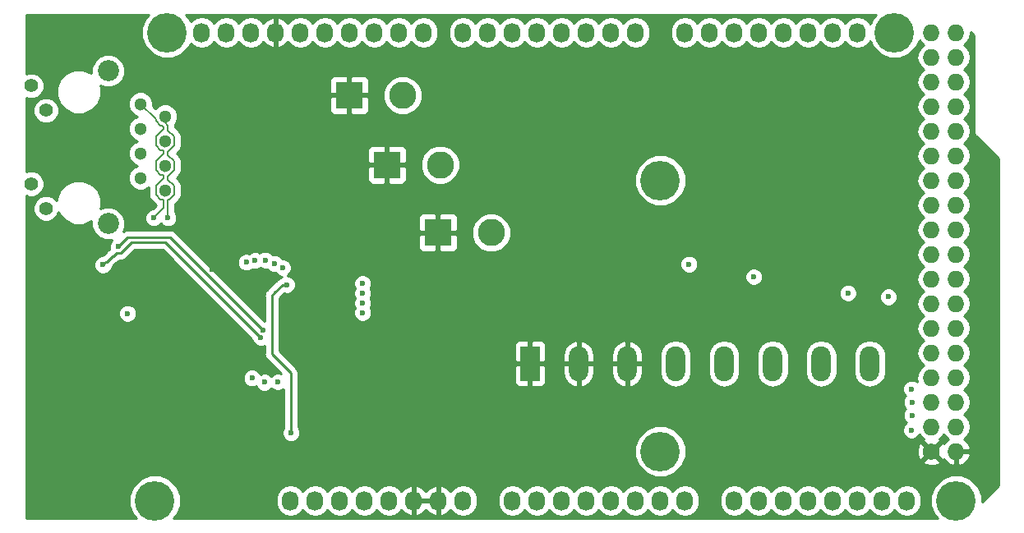
<source format=gbr>
G04 #@! TF.GenerationSoftware,KiCad,Pcbnew,(5.0.2)-1*
G04 #@! TF.CreationDate,2019-06-14T17:16:18-02:30*
G04 #@! TF.ProjectId,arduinoShield,61726475-696e-46f5-9368-69656c642e6b,rev?*
G04 #@! TF.SameCoordinates,Original*
G04 #@! TF.FileFunction,Copper,L2,Inr*
G04 #@! TF.FilePolarity,Positive*
%FSLAX46Y46*%
G04 Gerber Fmt 4.6, Leading zero omitted, Abs format (unit mm)*
G04 Created by KiCad (PCBNEW (5.0.2)-1) date 6/14/2019 5:16:18 PM*
%MOMM*%
%LPD*%
G01*
G04 APERTURE LIST*
G04 #@! TA.AperFunction,ViaPad*
%ADD10C,1.727200*%
G04 #@! TD*
G04 #@! TA.AperFunction,ViaPad*
%ADD11O,1.727200X1.727200*%
G04 #@! TD*
G04 #@! TA.AperFunction,ViaPad*
%ADD12O,1.727200X2.032000*%
G04 #@! TD*
G04 #@! TA.AperFunction,ViaPad*
%ADD13C,4.064000*%
G04 #@! TD*
G04 #@! TA.AperFunction,ViaPad*
%ADD14C,1.408000*%
G04 #@! TD*
G04 #@! TA.AperFunction,ViaPad*
%ADD15C,2.184400*%
G04 #@! TD*
G04 #@! TA.AperFunction,ViaPad*
%ADD16C,1.300000*%
G04 #@! TD*
G04 #@! TA.AperFunction,ViaPad*
%ADD17C,2.800000*%
G04 #@! TD*
G04 #@! TA.AperFunction,ViaPad*
%ADD18R,2.800000X2.800000*%
G04 #@! TD*
G04 #@! TA.AperFunction,ViaPad*
%ADD19O,2.000000X3.600000*%
G04 #@! TD*
G04 #@! TA.AperFunction,ViaPad*
%ADD20R,2.000000X3.600000*%
G04 #@! TD*
G04 #@! TA.AperFunction,ViaPad*
%ADD21C,0.600000*%
G04 #@! TD*
G04 #@! TA.AperFunction,Conductor*
%ADD22C,0.250000*%
G04 #@! TD*
G04 #@! TA.AperFunction,Conductor*
%ADD23C,0.200000*%
G04 #@! TD*
G04 #@! TA.AperFunction,Conductor*
%ADD24C,0.254000*%
G04 #@! TD*
G04 APERTURE END LIST*
D10*
G04 #@! TO.N,GND*
G04 #@! TO.C,P1*
X144108000Y-142296000D03*
D11*
X146648000Y-142296000D03*
G04 #@! TO.N,NETW_SCLK*
X144108000Y-139756000D03*
G04 #@! TO.N,NETW_SS*
X146648000Y-139756000D03*
G04 #@! TO.N,NETW_MISO*
X144108000Y-137216000D03*
G04 #@! TO.N,NETW_MOSI*
X146648000Y-137216000D03*
G04 #@! TO.N,/48*
X144108000Y-134676000D03*
G04 #@! TO.N,/49*
X146648000Y-134676000D03*
G04 #@! TO.N,/46*
X144108000Y-132136000D03*
G04 #@! TO.N,/47*
X146648000Y-132136000D03*
G04 #@! TO.N,/44*
X144108000Y-129596000D03*
G04 #@! TO.N,/45*
X146648000Y-129596000D03*
G04 #@! TO.N,/42*
X144108000Y-127056000D03*
G04 #@! TO.N,/43*
X146648000Y-127056000D03*
G04 #@! TO.N,/40*
X144108000Y-124516000D03*
G04 #@! TO.N,/41*
X146648000Y-124516000D03*
G04 #@! TO.N,/38*
X144108000Y-121976000D03*
G04 #@! TO.N,/39*
X146648000Y-121976000D03*
G04 #@! TO.N,/36*
X144108000Y-119436000D03*
G04 #@! TO.N,/37*
X146648000Y-119436000D03*
G04 #@! TO.N,/34*
X144108000Y-116896000D03*
G04 #@! TO.N,/35*
X146648000Y-116896000D03*
G04 #@! TO.N,/32*
X144108000Y-114356000D03*
G04 #@! TO.N,/33*
X146648000Y-114356000D03*
G04 #@! TO.N,/30*
X144108000Y-111816000D03*
G04 #@! TO.N,/31*
X146648000Y-111816000D03*
G04 #@! TO.N,/28*
X144108000Y-109276000D03*
G04 #@! TO.N,/29*
X146648000Y-109276000D03*
G04 #@! TO.N,/26*
X144108000Y-106736000D03*
G04 #@! TO.N,/27*
X146648000Y-106736000D03*
G04 #@! TO.N,/24*
X144108000Y-104196000D03*
G04 #@! TO.N,/25*
X146648000Y-104196000D03*
G04 #@! TO.N,/22*
X144108000Y-101656000D03*
G04 #@! TO.N,/23*
X146648000Y-101656000D03*
G04 #@! TO.N,+5V*
X144108000Y-99116000D03*
X146648000Y-99116000D03*
G04 #@! TD*
D12*
G04 #@! TO.N,Net-(P2-Pad1)*
G04 #@! TO.C,P2*
X78068000Y-147376000D03*
G04 #@! TO.N,/IOREF*
X80608000Y-147376000D03*
G04 #@! TO.N,NETW_RST_L*
X83148000Y-147376000D03*
G04 #@! TO.N,+3V3*
X85688000Y-147376000D03*
G04 #@! TO.N,Net-(P2-Pad5)*
X88228000Y-147376000D03*
G04 #@! TO.N,GND*
X90768000Y-147376000D03*
X93308000Y-147376000D03*
G04 #@! TO.N,/Vin*
X95848000Y-147376000D03*
G04 #@! TD*
G04 #@! TO.N,/A0*
G04 #@! TO.C,P3*
X100928000Y-147376000D03*
G04 #@! TO.N,/A1*
X103468000Y-147376000D03*
G04 #@! TO.N,/A2*
X106008000Y-147376000D03*
G04 #@! TO.N,/A3*
X108548000Y-147376000D03*
G04 #@! TO.N,/A4*
X111088000Y-147376000D03*
G04 #@! TO.N,/A5*
X113628000Y-147376000D03*
G04 #@! TO.N,/A6*
X116168000Y-147376000D03*
G04 #@! TO.N,/A7*
X118708000Y-147376000D03*
G04 #@! TD*
G04 #@! TO.N,/A8*
G04 #@! TO.C,P4*
X123788000Y-147376000D03*
G04 #@! TO.N,/A9*
X126328000Y-147376000D03*
G04 #@! TO.N,/A10*
X128868000Y-147376000D03*
G04 #@! TO.N,/A11*
X131408000Y-147376000D03*
G04 #@! TO.N,/A12*
X133948000Y-147376000D03*
G04 #@! TO.N,/A13*
X136488000Y-147376000D03*
G04 #@! TO.N,/A14*
X139028000Y-147376000D03*
G04 #@! TO.N,/A15*
X141568000Y-147376000D03*
G04 #@! TD*
G04 #@! TO.N,/SCL*
G04 #@! TO.C,P5*
X68924000Y-99116000D03*
G04 #@! TO.N,/SDA*
X71464000Y-99116000D03*
G04 #@! TO.N,/AREF*
X74004000Y-99116000D03*
G04 #@! TO.N,GND*
X76544000Y-99116000D03*
G04 #@! TO.N,/13(\002A\002A)*
X79084000Y-99116000D03*
G04 #@! TO.N,/12(\002A\002A)*
X81624000Y-99116000D03*
G04 #@! TO.N,/11(\002A\002A)*
X84164000Y-99116000D03*
G04 #@! TO.N,/10(\002A\002A)*
X86704000Y-99116000D03*
G04 #@! TO.N,/9(\002A\002A)*
X89244000Y-99116000D03*
G04 #@! TO.N,/8(\002A\002A)*
X91784000Y-99116000D03*
G04 #@! TD*
G04 #@! TO.N,/7(\002A\002A)*
G04 #@! TO.C,P6*
X95848000Y-99116000D03*
G04 #@! TO.N,/6(\002A\002A)*
X98388000Y-99116000D03*
G04 #@! TO.N,/5(\002A\002A)*
X100928000Y-99116000D03*
G04 #@! TO.N,/4(\002A\002A)*
X103468000Y-99116000D03*
G04 #@! TO.N,/3(\002A\002A)*
X106008000Y-99116000D03*
G04 #@! TO.N,/2(\002A\002A)*
X108548000Y-99116000D03*
G04 #@! TO.N,/1(Tx0)*
X111088000Y-99116000D03*
G04 #@! TO.N,/0(Rx0)*
X113628000Y-99116000D03*
G04 #@! TD*
G04 #@! TO.N,/14(Tx3)*
G04 #@! TO.C,P7*
X118708000Y-99116000D03*
G04 #@! TO.N,/15(Rx3)*
X121248000Y-99116000D03*
G04 #@! TO.N,/16(Tx2)*
X123788000Y-99116000D03*
G04 #@! TO.N,/17(Rx2)*
X126328000Y-99116000D03*
G04 #@! TO.N,/18(Tx1)*
X128868000Y-99116000D03*
G04 #@! TO.N,/19(Rx1)*
X131408000Y-99116000D03*
G04 #@! TO.N,/20(SDA)*
X133948000Y-99116000D03*
G04 #@! TO.N,/21(SCL)*
X136488000Y-99116000D03*
G04 #@! TD*
D13*
G04 #@! TO.N,Net-(P8-Pad1)*
G04 #@! TO.C,P8*
X64098000Y-147376000D03*
G04 #@! TD*
G04 #@! TO.N,Net-(P9-Pad1)*
G04 #@! TO.C,P9*
X116168000Y-142296000D03*
G04 #@! TD*
G04 #@! TO.N,Net-(P10-Pad1)*
G04 #@! TO.C,P10*
X146648000Y-147376000D03*
G04 #@! TD*
G04 #@! TO.N,Net-(P11-Pad1)*
G04 #@! TO.C,P11*
X65368000Y-99116000D03*
G04 #@! TD*
G04 #@! TO.N,Net-(P12-Pad1)*
G04 #@! TO.C,P12*
X116168000Y-114356000D03*
G04 #@! TD*
G04 #@! TO.N,Net-(P13-Pad1)*
G04 #@! TO.C,P13*
X140298000Y-99116000D03*
G04 #@! TD*
D14*
G04 #@! TO.N,/wiznet/LINK_LED_R*
G04 #@! TO.C,P14*
X51360870Y-114713620D03*
G04 #@! TO.N,3V3_WIZ*
X52880870Y-107143620D03*
G04 #@! TO.N,/wiznet/ACT_LED_R*
X51360370Y-104605470D03*
G04 #@! TO.N,3V3_WIZ*
X52880370Y-117255470D03*
D15*
G04 #@! TO.N,Net-(FB2-Pad1)*
X59308960Y-118804210D03*
X59308960Y-103054210D03*
D16*
G04 #@! TO.N,/wiznet/TX_R_P*
X62608960Y-106484210D03*
G04 #@! TO.N,/wiznet/TX_R_N*
X65148960Y-107754210D03*
G04 #@! TO.N,Net-(C15-Pad2)*
X62608960Y-109024210D03*
G04 #@! TO.N,Net-(P14-PadR4)*
X65148960Y-110294209D03*
G04 #@! TO.N,Net-(P14-PadR5)*
X62608960Y-111564209D03*
G04 #@! TO.N,Net-(P14-PadR6)*
X65148960Y-112834210D03*
G04 #@! TO.N,/wiznet/RX_C_P*
X62608960Y-114104210D03*
G04 #@! TO.N,/wiznet/RX_C_N*
X65148960Y-115374210D03*
G04 #@! TD*
D17*
G04 #@! TO.N,Net-(J1-Pad2)*
G04 #@! TO.C,J1*
X89620000Y-105580000D03*
D18*
G04 #@! TO.N,GND*
X84120000Y-105580000D03*
G04 #@! TD*
G04 #@! TO.N,GND*
G04 #@! TO.C,J2*
X88000000Y-112750000D03*
D17*
G04 #@! TO.N,Net-(J2-Pad2)*
X93500000Y-112750000D03*
G04 #@! TD*
G04 #@! TO.N,/19(Rx1)*
G04 #@! TO.C,J3*
X98750000Y-119750000D03*
D18*
G04 #@! TO.N,GND*
X93250000Y-119750000D03*
G04 #@! TD*
D19*
G04 #@! TO.N,Net-(J4-Pad8)*
G04 #@! TO.C,J4*
X137750000Y-133250000D03*
G04 #@! TO.N,/A8*
X132750000Y-133250000D03*
G04 #@! TO.N,/A4*
X127750000Y-133250000D03*
G04 #@! TO.N,/A3*
X122750000Y-133250000D03*
G04 #@! TO.N,/A2*
X117750000Y-133250000D03*
G04 #@! TO.N,GND*
X112750000Y-133250000D03*
X107750000Y-133250000D03*
D20*
X102750000Y-133250000D03*
G04 #@! TD*
D21*
G04 #@! TO.N,GND*
X72130000Y-135090000D03*
X73720000Y-135790000D03*
X64450000Y-134070000D03*
X84210000Y-135150000D03*
X96740000Y-137770000D03*
X91910000Y-136670000D03*
X54815893Y-123714854D03*
X74150000Y-116060000D03*
X69970000Y-134880000D03*
X75920000Y-139740000D03*
X70580000Y-139670000D03*
X79460000Y-130260000D03*
X116230000Y-122760000D03*
X109980000Y-112750000D03*
X97920000Y-106890000D03*
X120830000Y-107650000D03*
X57370000Y-98240000D03*
X65960000Y-125500000D03*
X70000000Y-123550000D03*
X63330000Y-130770000D03*
X139425329Y-115950000D03*
X137175000Y-105800000D03*
X132250000Y-139750000D03*
G04 #@! TO.N,+5V*
X119130000Y-123000000D03*
X139675000Y-126375000D03*
X135500000Y-125975000D03*
X125800000Y-124300000D03*
G04 #@! TO.N,/wiznet/REF_CAP*
X74110000Y-134740000D03*
G04 #@! TO.N,/wiznet/1V20*
X75380000Y-135180000D03*
G04 #@! TO.N,Net-(C12-Pad2)*
X61280000Y-128080000D03*
G04 #@! TO.N,NETW_SCLK*
X142100000Y-138570000D03*
X85500000Y-127000000D03*
G04 #@! TO.N,NETW_SS*
X142040000Y-140110000D03*
X85500000Y-128000000D03*
G04 #@! TO.N,NETW_MISO*
X142094000Y-137216000D03*
X85500000Y-126000000D03*
G04 #@! TO.N,NETW_MOSI*
X142080000Y-135870000D03*
X85500000Y-125000000D03*
G04 #@! TO.N,/wiznet/LINK_LED*
X58750000Y-123070000D03*
X75010000Y-130570000D03*
G04 #@! TO.N,/wiznet/ACT_LED*
X60340000Y-121180000D03*
X75240000Y-129790000D03*
G04 #@! TO.N,/wiznet/RSVD0*
X76760000Y-135140000D03*
G04 #@! TO.N,/wiznet/RSVD1*
X77260000Y-123370000D03*
G04 #@! TO.N,/wiznet/TX_R_P*
X63980000Y-118240000D03*
G04 #@! TO.N,/wiznet/TX_R_N*
X65450000Y-118240000D03*
G04 #@! TO.N,/wiznet/RSVD2*
X76460000Y-122970000D03*
G04 #@! TO.N,/wiznet/RSVD3*
X75470000Y-122590000D03*
G04 #@! TO.N,/wiznet/RSVD4*
X74430000Y-122610000D03*
G04 #@! TO.N,/wiznet/RSVD5*
X73530000Y-122800000D03*
G04 #@! TO.N,NETW_RST_L*
X78130000Y-140400000D03*
X77670000Y-125120000D03*
G04 #@! TD*
D22*
G04 #@! TO.N,/wiznet/LINK_LED*
X59080000Y-122750000D02*
X58760000Y-123070000D01*
X59170000Y-122750000D02*
X59080000Y-122750000D01*
X58760000Y-123070000D02*
X58750000Y-123070000D01*
X59740000Y-122180000D02*
X59170000Y-122750000D01*
X59790000Y-122180000D02*
X59740000Y-122180000D01*
X60140000Y-121830000D02*
X59790000Y-122180000D01*
X61685002Y-120760000D02*
X60615002Y-121830000D01*
X60615002Y-121830000D02*
X60140000Y-121830000D01*
X65230000Y-120760000D02*
X61715002Y-120760000D01*
X75010000Y-130570000D02*
X65200000Y-120760000D01*
G04 #@! TO.N,/wiznet/ACT_LED*
X75240000Y-129790000D02*
X65671411Y-120221411D01*
X61298589Y-120221411D02*
X60340000Y-121180000D01*
X65671411Y-120221411D02*
X61298589Y-120221411D01*
D23*
G04 #@! TO.N,/wiznet/TX_R_P*
X64198959Y-108210211D02*
X64198959Y-108074209D01*
X64692959Y-108704211D02*
X64198959Y-108210211D01*
X64828961Y-108704211D02*
X64692959Y-108704211D01*
X65000000Y-109037167D02*
X65000000Y-108875250D01*
X64198959Y-109838208D02*
X65000000Y-109037167D01*
X64198959Y-110750210D02*
X64198959Y-109838208D01*
X64692959Y-111244210D02*
X64198959Y-110750210D01*
X65000000Y-111577168D02*
X65000000Y-111244210D01*
X64198959Y-112378209D02*
X65000000Y-111577168D01*
X65000000Y-116324211D02*
X64692959Y-116324211D01*
X65000000Y-114117168D02*
X65000000Y-113784211D01*
X64198959Y-115830211D02*
X64198959Y-114918209D01*
X64198959Y-113290211D02*
X64198959Y-112378209D01*
X63980000Y-118240000D02*
X65000000Y-117220000D01*
X64198959Y-108074209D02*
X62608960Y-106484210D01*
X64692959Y-113784211D02*
X64198959Y-113290211D01*
X65000000Y-113784211D02*
X64692959Y-113784211D01*
X64198959Y-114918209D02*
X65000000Y-114117168D01*
X65000000Y-108875250D02*
X64828961Y-108704211D01*
X64692959Y-116324211D02*
X64198959Y-115830211D01*
X65000000Y-117220000D02*
X65000000Y-116324211D01*
X65000000Y-111244210D02*
X64692959Y-111244210D01*
G04 #@! TO.N,/wiznet/TX_R_N*
X65450000Y-109189247D02*
X65450000Y-108688853D01*
X66098961Y-109838208D02*
X65450000Y-109189247D01*
X66098961Y-114918209D02*
X65450000Y-114269248D01*
X66098961Y-110750210D02*
X66098961Y-109838208D01*
X66098961Y-115830211D02*
X66098961Y-114918209D01*
X65450000Y-113939172D02*
X66098961Y-113290211D01*
X65148960Y-108387813D02*
X65148960Y-107754210D01*
X66098961Y-113290211D02*
X66098961Y-112378209D01*
X65450000Y-111399171D02*
X66098961Y-110750210D01*
X65450000Y-111729248D02*
X65450000Y-111399171D01*
X65450000Y-114269248D02*
X65450000Y-113939172D01*
X65450000Y-108688853D02*
X65148960Y-108387813D01*
X65604961Y-116324211D02*
X66098961Y-115830211D01*
X65450000Y-116324211D02*
X65604961Y-116324211D01*
X66098961Y-112378209D02*
X65450000Y-111729248D01*
X65450000Y-118240000D02*
X65450000Y-116324211D01*
D22*
G04 #@! TO.N,NETW_RST_L*
X77670000Y-125120000D02*
X77240000Y-125120000D01*
X77240000Y-125120000D02*
X76440000Y-125920000D01*
X76134999Y-126225001D02*
X76134999Y-132244999D01*
X76440000Y-125920000D02*
X76134999Y-126225001D01*
X76134999Y-132244999D02*
X78100000Y-134210000D01*
X78100000Y-134210000D02*
X78100000Y-140380000D01*
G04 #@! TD*
D24*
G04 #@! TO.N,GND*
G36*
X63107026Y-97605266D02*
X62701000Y-98585501D01*
X62701000Y-99646499D01*
X63107026Y-100626734D01*
X63857266Y-101376974D01*
X64837501Y-101783000D01*
X65898499Y-101783000D01*
X66878734Y-101376974D01*
X67628974Y-100626734D01*
X67782156Y-100256918D01*
X67843570Y-100348830D01*
X68339276Y-100680050D01*
X68924000Y-100796359D01*
X69508725Y-100680050D01*
X70004430Y-100348830D01*
X70194000Y-100065119D01*
X70383570Y-100348830D01*
X70879276Y-100680050D01*
X71464000Y-100796359D01*
X72048725Y-100680050D01*
X72544430Y-100348830D01*
X72734000Y-100065119D01*
X72923570Y-100348830D01*
X73419276Y-100680050D01*
X74004000Y-100796359D01*
X74588725Y-100680050D01*
X75084430Y-100348830D01*
X75277909Y-100059267D01*
X75641964Y-100466732D01*
X76169209Y-100720709D01*
X76184974Y-100723358D01*
X76417000Y-100602217D01*
X76417000Y-99243000D01*
X76397000Y-99243000D01*
X76397000Y-98989000D01*
X76417000Y-98989000D01*
X76417000Y-97629783D01*
X76671000Y-97629783D01*
X76671000Y-98989000D01*
X76691000Y-98989000D01*
X76691000Y-99243000D01*
X76671000Y-99243000D01*
X76671000Y-100602217D01*
X76903026Y-100723358D01*
X76918791Y-100720709D01*
X77446036Y-100466732D01*
X77810090Y-100059268D01*
X78003570Y-100348830D01*
X78499276Y-100680050D01*
X79084000Y-100796359D01*
X79668725Y-100680050D01*
X80164430Y-100348830D01*
X80354000Y-100065119D01*
X80543570Y-100348830D01*
X81039276Y-100680050D01*
X81624000Y-100796359D01*
X82208725Y-100680050D01*
X82704430Y-100348830D01*
X82894000Y-100065119D01*
X83083570Y-100348830D01*
X83579276Y-100680050D01*
X84164000Y-100796359D01*
X84748725Y-100680050D01*
X85244430Y-100348830D01*
X85434000Y-100065119D01*
X85623570Y-100348830D01*
X86119276Y-100680050D01*
X86704000Y-100796359D01*
X87288725Y-100680050D01*
X87784430Y-100348830D01*
X87974000Y-100065119D01*
X88163570Y-100348830D01*
X88659276Y-100680050D01*
X89244000Y-100796359D01*
X89828725Y-100680050D01*
X90324430Y-100348830D01*
X90514000Y-100065119D01*
X90703570Y-100348830D01*
X91199276Y-100680050D01*
X91784000Y-100796359D01*
X92368725Y-100680050D01*
X92864430Y-100348830D01*
X93195650Y-99853124D01*
X93282600Y-99415997D01*
X93282600Y-98816003D01*
X94349400Y-98816003D01*
X94349400Y-99415998D01*
X94436350Y-99853125D01*
X94767570Y-100348830D01*
X95263276Y-100680050D01*
X95848000Y-100796359D01*
X96432725Y-100680050D01*
X96928430Y-100348830D01*
X97118000Y-100065119D01*
X97307570Y-100348830D01*
X97803276Y-100680050D01*
X98388000Y-100796359D01*
X98972725Y-100680050D01*
X99468430Y-100348830D01*
X99658000Y-100065119D01*
X99847570Y-100348830D01*
X100343276Y-100680050D01*
X100928000Y-100796359D01*
X101512725Y-100680050D01*
X102008430Y-100348830D01*
X102198000Y-100065119D01*
X102387570Y-100348830D01*
X102883276Y-100680050D01*
X103468000Y-100796359D01*
X104052725Y-100680050D01*
X104548430Y-100348830D01*
X104738000Y-100065119D01*
X104927570Y-100348830D01*
X105423276Y-100680050D01*
X106008000Y-100796359D01*
X106592725Y-100680050D01*
X107088430Y-100348830D01*
X107278000Y-100065119D01*
X107467570Y-100348830D01*
X107963276Y-100680050D01*
X108548000Y-100796359D01*
X109132725Y-100680050D01*
X109628430Y-100348830D01*
X109818000Y-100065119D01*
X110007570Y-100348830D01*
X110503276Y-100680050D01*
X111088000Y-100796359D01*
X111672725Y-100680050D01*
X112168430Y-100348830D01*
X112358000Y-100065119D01*
X112547570Y-100348830D01*
X113043276Y-100680050D01*
X113628000Y-100796359D01*
X114212725Y-100680050D01*
X114708430Y-100348830D01*
X115039650Y-99853124D01*
X115126600Y-99415997D01*
X115126600Y-98816002D01*
X115039650Y-98378875D01*
X114708430Y-97883170D01*
X114212724Y-97551950D01*
X113628000Y-97435641D01*
X113043275Y-97551950D01*
X112547570Y-97883170D01*
X112358000Y-98166881D01*
X112168430Y-97883170D01*
X111672724Y-97551950D01*
X111088000Y-97435641D01*
X110503275Y-97551950D01*
X110007570Y-97883170D01*
X109818000Y-98166881D01*
X109628430Y-97883170D01*
X109132724Y-97551950D01*
X108548000Y-97435641D01*
X107963275Y-97551950D01*
X107467570Y-97883170D01*
X107278000Y-98166881D01*
X107088430Y-97883170D01*
X106592724Y-97551950D01*
X106008000Y-97435641D01*
X105423275Y-97551950D01*
X104927570Y-97883170D01*
X104738000Y-98166881D01*
X104548430Y-97883170D01*
X104052724Y-97551950D01*
X103468000Y-97435641D01*
X102883275Y-97551950D01*
X102387570Y-97883170D01*
X102198000Y-98166881D01*
X102008430Y-97883170D01*
X101512724Y-97551950D01*
X100928000Y-97435641D01*
X100343275Y-97551950D01*
X99847570Y-97883170D01*
X99658000Y-98166881D01*
X99468430Y-97883170D01*
X98972724Y-97551950D01*
X98388000Y-97435641D01*
X97803275Y-97551950D01*
X97307570Y-97883170D01*
X97118000Y-98166881D01*
X96928430Y-97883170D01*
X96432724Y-97551950D01*
X95848000Y-97435641D01*
X95263275Y-97551950D01*
X94767570Y-97883170D01*
X94436350Y-98378876D01*
X94349400Y-98816003D01*
X93282600Y-98816003D01*
X93282600Y-98816002D01*
X93195650Y-98378875D01*
X92864430Y-97883170D01*
X92368724Y-97551950D01*
X91784000Y-97435641D01*
X91199275Y-97551950D01*
X90703570Y-97883170D01*
X90514000Y-98166881D01*
X90324430Y-97883170D01*
X89828724Y-97551950D01*
X89244000Y-97435641D01*
X88659275Y-97551950D01*
X88163570Y-97883170D01*
X87974000Y-98166881D01*
X87784430Y-97883170D01*
X87288724Y-97551950D01*
X86704000Y-97435641D01*
X86119275Y-97551950D01*
X85623570Y-97883170D01*
X85434000Y-98166881D01*
X85244430Y-97883170D01*
X84748724Y-97551950D01*
X84164000Y-97435641D01*
X83579275Y-97551950D01*
X83083570Y-97883170D01*
X82894000Y-98166881D01*
X82704430Y-97883170D01*
X82208724Y-97551950D01*
X81624000Y-97435641D01*
X81039275Y-97551950D01*
X80543570Y-97883170D01*
X80354000Y-98166881D01*
X80164430Y-97883170D01*
X79668724Y-97551950D01*
X79084000Y-97435641D01*
X78499275Y-97551950D01*
X78003570Y-97883170D01*
X77810091Y-98172733D01*
X77446036Y-97765268D01*
X76918791Y-97511291D01*
X76903026Y-97508642D01*
X76671000Y-97629783D01*
X76417000Y-97629783D01*
X76184974Y-97508642D01*
X76169209Y-97511291D01*
X75641964Y-97765268D01*
X75277910Y-98172732D01*
X75084430Y-97883170D01*
X74588724Y-97551950D01*
X74004000Y-97435641D01*
X73419275Y-97551950D01*
X72923570Y-97883170D01*
X72734000Y-98166881D01*
X72544430Y-97883170D01*
X72048724Y-97551950D01*
X71464000Y-97435641D01*
X70879275Y-97551950D01*
X70383570Y-97883170D01*
X70194000Y-98166881D01*
X70004430Y-97883170D01*
X69508724Y-97551950D01*
X68924000Y-97435641D01*
X68339275Y-97551950D01*
X67843570Y-97883170D01*
X67782156Y-97975082D01*
X67628974Y-97605266D01*
X67309708Y-97286000D01*
X138356292Y-97286000D01*
X138037026Y-97605266D01*
X137786642Y-98209747D01*
X137568430Y-97883170D01*
X137072724Y-97551950D01*
X136488000Y-97435641D01*
X135903275Y-97551950D01*
X135407570Y-97883170D01*
X135218000Y-98166881D01*
X135028430Y-97883170D01*
X134532724Y-97551950D01*
X133948000Y-97435641D01*
X133363275Y-97551950D01*
X132867570Y-97883170D01*
X132678000Y-98166881D01*
X132488430Y-97883170D01*
X131992724Y-97551950D01*
X131408000Y-97435641D01*
X130823275Y-97551950D01*
X130327570Y-97883170D01*
X130138000Y-98166881D01*
X129948430Y-97883170D01*
X129452724Y-97551950D01*
X128868000Y-97435641D01*
X128283275Y-97551950D01*
X127787570Y-97883170D01*
X127598000Y-98166881D01*
X127408430Y-97883170D01*
X126912724Y-97551950D01*
X126328000Y-97435641D01*
X125743275Y-97551950D01*
X125247570Y-97883170D01*
X125058000Y-98166881D01*
X124868430Y-97883170D01*
X124372724Y-97551950D01*
X123788000Y-97435641D01*
X123203275Y-97551950D01*
X122707570Y-97883170D01*
X122518000Y-98166881D01*
X122328430Y-97883170D01*
X121832724Y-97551950D01*
X121248000Y-97435641D01*
X120663275Y-97551950D01*
X120167570Y-97883170D01*
X119978000Y-98166881D01*
X119788430Y-97883170D01*
X119292724Y-97551950D01*
X118708000Y-97435641D01*
X118123275Y-97551950D01*
X117627570Y-97883170D01*
X117296350Y-98378876D01*
X117209400Y-98816003D01*
X117209400Y-99415998D01*
X117296350Y-99853125D01*
X117627570Y-100348830D01*
X118123276Y-100680050D01*
X118708000Y-100796359D01*
X119292725Y-100680050D01*
X119788430Y-100348830D01*
X119978000Y-100065119D01*
X120167570Y-100348830D01*
X120663276Y-100680050D01*
X121248000Y-100796359D01*
X121832725Y-100680050D01*
X122328430Y-100348830D01*
X122518000Y-100065119D01*
X122707570Y-100348830D01*
X123203276Y-100680050D01*
X123788000Y-100796359D01*
X124372725Y-100680050D01*
X124868430Y-100348830D01*
X125058000Y-100065119D01*
X125247570Y-100348830D01*
X125743276Y-100680050D01*
X126328000Y-100796359D01*
X126912725Y-100680050D01*
X127408430Y-100348830D01*
X127598000Y-100065119D01*
X127787570Y-100348830D01*
X128283276Y-100680050D01*
X128868000Y-100796359D01*
X129452725Y-100680050D01*
X129948430Y-100348830D01*
X130138000Y-100065119D01*
X130327570Y-100348830D01*
X130823276Y-100680050D01*
X131408000Y-100796359D01*
X131992725Y-100680050D01*
X132488430Y-100348830D01*
X132678000Y-100065119D01*
X132867570Y-100348830D01*
X133363276Y-100680050D01*
X133948000Y-100796359D01*
X134532725Y-100680050D01*
X135028430Y-100348830D01*
X135218000Y-100065119D01*
X135407570Y-100348830D01*
X135903276Y-100680050D01*
X136488000Y-100796359D01*
X137072725Y-100680050D01*
X137568430Y-100348830D01*
X137786642Y-100022253D01*
X138037026Y-100626734D01*
X138787266Y-101376974D01*
X139767501Y-101783000D01*
X140828499Y-101783000D01*
X141808734Y-101376974D01*
X142558974Y-100626734D01*
X142848327Y-99928174D01*
X143027570Y-100196430D01*
X143311281Y-100386000D01*
X143027570Y-100575570D01*
X142696350Y-101071275D01*
X142580041Y-101656000D01*
X142696350Y-102240725D01*
X143027570Y-102736430D01*
X143311281Y-102926000D01*
X143027570Y-103115570D01*
X142696350Y-103611275D01*
X142580041Y-104196000D01*
X142696350Y-104780725D01*
X143027570Y-105276430D01*
X143311281Y-105466000D01*
X143027570Y-105655570D01*
X142696350Y-106151275D01*
X142580041Y-106736000D01*
X142696350Y-107320725D01*
X143027570Y-107816430D01*
X143311281Y-108006000D01*
X143027570Y-108195570D01*
X142696350Y-108691275D01*
X142580041Y-109276000D01*
X142696350Y-109860725D01*
X143027570Y-110356430D01*
X143311281Y-110546000D01*
X143027570Y-110735570D01*
X142696350Y-111231275D01*
X142580041Y-111816000D01*
X142696350Y-112400725D01*
X143027570Y-112896430D01*
X143311281Y-113086000D01*
X143027570Y-113275570D01*
X142696350Y-113771275D01*
X142580041Y-114356000D01*
X142696350Y-114940725D01*
X143027570Y-115436430D01*
X143311281Y-115626000D01*
X143027570Y-115815570D01*
X142696350Y-116311275D01*
X142580041Y-116896000D01*
X142696350Y-117480725D01*
X143027570Y-117976430D01*
X143311281Y-118166000D01*
X143027570Y-118355570D01*
X142696350Y-118851275D01*
X142580041Y-119436000D01*
X142696350Y-120020725D01*
X143027570Y-120516430D01*
X143311281Y-120706000D01*
X143027570Y-120895570D01*
X142696350Y-121391275D01*
X142580041Y-121976000D01*
X142696350Y-122560725D01*
X143027570Y-123056430D01*
X143311281Y-123246000D01*
X143027570Y-123435570D01*
X142696350Y-123931275D01*
X142580041Y-124516000D01*
X142696350Y-125100725D01*
X143027570Y-125596430D01*
X143311281Y-125786000D01*
X143027570Y-125975570D01*
X142696350Y-126471275D01*
X142580041Y-127056000D01*
X142696350Y-127640725D01*
X143027570Y-128136430D01*
X143311281Y-128326000D01*
X143027570Y-128515570D01*
X142696350Y-129011275D01*
X142580041Y-129596000D01*
X142696350Y-130180725D01*
X143027570Y-130676430D01*
X143311281Y-130866000D01*
X143027570Y-131055570D01*
X142696350Y-131551275D01*
X142580041Y-132136000D01*
X142696350Y-132720725D01*
X143027570Y-133216430D01*
X143311281Y-133406000D01*
X143027570Y-133595570D01*
X142696350Y-134091275D01*
X142580041Y-134676000D01*
X142672348Y-135140058D01*
X142609635Y-135077345D01*
X142265983Y-134935000D01*
X141894017Y-134935000D01*
X141550365Y-135077345D01*
X141287345Y-135340365D01*
X141145000Y-135684017D01*
X141145000Y-136055983D01*
X141287345Y-136399635D01*
X141437710Y-136550000D01*
X141301345Y-136686365D01*
X141159000Y-137030017D01*
X141159000Y-137401983D01*
X141301345Y-137745635D01*
X141451710Y-137896000D01*
X141307345Y-138040365D01*
X141165000Y-138384017D01*
X141165000Y-138755983D01*
X141307345Y-139099635D01*
X141520752Y-139313042D01*
X141510365Y-139317345D01*
X141247345Y-139580365D01*
X141105000Y-139924017D01*
X141105000Y-140295983D01*
X141247345Y-140639635D01*
X141510365Y-140902655D01*
X141854017Y-141045000D01*
X142225983Y-141045000D01*
X142569635Y-140902655D01*
X142832655Y-140639635D01*
X142856925Y-140581042D01*
X143027570Y-140836430D01*
X143305215Y-141021947D01*
X143233800Y-141242195D01*
X144108000Y-142116395D01*
X144982200Y-141242195D01*
X144910785Y-141021947D01*
X145188430Y-140836430D01*
X145378000Y-140552719D01*
X145567570Y-140836430D01*
X145855826Y-141029037D01*
X145441179Y-141407510D01*
X145398510Y-141498551D01*
X145161805Y-141421800D01*
X144287605Y-142296000D01*
X145161805Y-143170200D01*
X145398510Y-143093449D01*
X145441179Y-143184490D01*
X145873053Y-143578688D01*
X146288974Y-143750958D01*
X146521000Y-143629817D01*
X146521000Y-142423000D01*
X146775000Y-142423000D01*
X146775000Y-143629817D01*
X147007026Y-143750958D01*
X147422947Y-143578688D01*
X147854821Y-143184490D01*
X148102968Y-142655027D01*
X147982469Y-142423000D01*
X146775000Y-142423000D01*
X146521000Y-142423000D01*
X146501000Y-142423000D01*
X146501000Y-142169000D01*
X146521000Y-142169000D01*
X146521000Y-142149000D01*
X146775000Y-142149000D01*
X146775000Y-142169000D01*
X147982469Y-142169000D01*
X148102968Y-141936973D01*
X147854821Y-141407510D01*
X147440174Y-141029037D01*
X147728430Y-140836430D01*
X148059650Y-140340725D01*
X148175959Y-139756000D01*
X148059650Y-139171275D01*
X147728430Y-138675570D01*
X147444719Y-138486000D01*
X147728430Y-138296430D01*
X148059650Y-137800725D01*
X148175959Y-137216000D01*
X148059650Y-136631275D01*
X147728430Y-136135570D01*
X147444719Y-135946000D01*
X147728430Y-135756430D01*
X148059650Y-135260725D01*
X148175959Y-134676000D01*
X148059650Y-134091275D01*
X147728430Y-133595570D01*
X147444719Y-133406000D01*
X147728430Y-133216430D01*
X148059650Y-132720725D01*
X148175959Y-132136000D01*
X148059650Y-131551275D01*
X147728430Y-131055570D01*
X147444719Y-130866000D01*
X147728430Y-130676430D01*
X148059650Y-130180725D01*
X148175959Y-129596000D01*
X148059650Y-129011275D01*
X147728430Y-128515570D01*
X147444719Y-128326000D01*
X147728430Y-128136430D01*
X148059650Y-127640725D01*
X148175959Y-127056000D01*
X148059650Y-126471275D01*
X147728430Y-125975570D01*
X147444719Y-125786000D01*
X147728430Y-125596430D01*
X148059650Y-125100725D01*
X148175959Y-124516000D01*
X148059650Y-123931275D01*
X147728430Y-123435570D01*
X147444719Y-123246000D01*
X147728430Y-123056430D01*
X148059650Y-122560725D01*
X148175959Y-121976000D01*
X148059650Y-121391275D01*
X147728430Y-120895570D01*
X147444719Y-120706000D01*
X147728430Y-120516430D01*
X148059650Y-120020725D01*
X148175959Y-119436000D01*
X148059650Y-118851275D01*
X147728430Y-118355570D01*
X147444719Y-118166000D01*
X147728430Y-117976430D01*
X148059650Y-117480725D01*
X148175959Y-116896000D01*
X148059650Y-116311275D01*
X147728430Y-115815570D01*
X147444719Y-115626000D01*
X147728430Y-115436430D01*
X148059650Y-114940725D01*
X148175959Y-114356000D01*
X148059650Y-113771275D01*
X147728430Y-113275570D01*
X147444719Y-113086000D01*
X147728430Y-112896430D01*
X148059650Y-112400725D01*
X148175959Y-111816000D01*
X148059650Y-111231275D01*
X147728430Y-110735570D01*
X147444719Y-110546000D01*
X147728430Y-110356430D01*
X148059650Y-109860725D01*
X148175959Y-109276000D01*
X148059650Y-108691275D01*
X147728430Y-108195570D01*
X147444719Y-108006000D01*
X147728430Y-107816430D01*
X148059650Y-107320725D01*
X148175959Y-106736000D01*
X148059650Y-106151275D01*
X147728430Y-105655570D01*
X147444719Y-105466000D01*
X147728430Y-105276430D01*
X148059650Y-104780725D01*
X148175959Y-104196000D01*
X148059650Y-103611275D01*
X147728430Y-103115570D01*
X147444719Y-102926000D01*
X147728430Y-102736430D01*
X148059650Y-102240725D01*
X148175959Y-101656000D01*
X148059650Y-101071275D01*
X147728430Y-100575570D01*
X147444719Y-100386000D01*
X147728430Y-100196430D01*
X148059650Y-99700725D01*
X148175959Y-99116000D01*
X148173985Y-99106076D01*
X148478000Y-99410091D01*
X148478001Y-109206071D01*
X148464091Y-109276000D01*
X148499420Y-109453609D01*
X148519196Y-109553028D01*
X148676120Y-109787881D01*
X148735402Y-109827492D01*
X151018000Y-112110091D01*
X151018001Y-145811908D01*
X149315000Y-147514910D01*
X149315000Y-146845501D01*
X148908974Y-145865266D01*
X148158734Y-145115026D01*
X147178499Y-144709000D01*
X146117501Y-144709000D01*
X145137266Y-145115026D01*
X144387026Y-145865266D01*
X143981000Y-146845501D01*
X143981000Y-147906499D01*
X144387026Y-148886734D01*
X144706292Y-149206000D01*
X66039708Y-149206000D01*
X66358974Y-148886734D01*
X66765000Y-147906499D01*
X66765000Y-147076003D01*
X76569400Y-147076003D01*
X76569400Y-147675998D01*
X76656350Y-148113125D01*
X76987570Y-148608830D01*
X77483276Y-148940050D01*
X78068000Y-149056359D01*
X78652725Y-148940050D01*
X79148430Y-148608830D01*
X79338000Y-148325119D01*
X79527570Y-148608830D01*
X80023276Y-148940050D01*
X80608000Y-149056359D01*
X81192725Y-148940050D01*
X81688430Y-148608830D01*
X81878000Y-148325119D01*
X82067570Y-148608830D01*
X82563276Y-148940050D01*
X83148000Y-149056359D01*
X83732725Y-148940050D01*
X84228430Y-148608830D01*
X84418000Y-148325119D01*
X84607570Y-148608830D01*
X85103276Y-148940050D01*
X85688000Y-149056359D01*
X86272725Y-148940050D01*
X86768430Y-148608830D01*
X86958000Y-148325119D01*
X87147570Y-148608830D01*
X87643276Y-148940050D01*
X88228000Y-149056359D01*
X88812725Y-148940050D01*
X89308430Y-148608830D01*
X89501909Y-148319267D01*
X89865964Y-148726732D01*
X90393209Y-148980709D01*
X90408974Y-148983358D01*
X90641000Y-148862217D01*
X90641000Y-147503000D01*
X90895000Y-147503000D01*
X90895000Y-148862217D01*
X91127026Y-148983358D01*
X91142791Y-148980709D01*
X91670036Y-148726732D01*
X92038000Y-148314892D01*
X92405964Y-148726732D01*
X92933209Y-148980709D01*
X92948974Y-148983358D01*
X93181000Y-148862217D01*
X93181000Y-147503000D01*
X90895000Y-147503000D01*
X90641000Y-147503000D01*
X90621000Y-147503000D01*
X90621000Y-147249000D01*
X90641000Y-147249000D01*
X90641000Y-145889783D01*
X90895000Y-145889783D01*
X90895000Y-147249000D01*
X93181000Y-147249000D01*
X93181000Y-145889783D01*
X93435000Y-145889783D01*
X93435000Y-147249000D01*
X93455000Y-147249000D01*
X93455000Y-147503000D01*
X93435000Y-147503000D01*
X93435000Y-148862217D01*
X93667026Y-148983358D01*
X93682791Y-148980709D01*
X94210036Y-148726732D01*
X94574090Y-148319268D01*
X94767570Y-148608830D01*
X95263276Y-148940050D01*
X95848000Y-149056359D01*
X96432725Y-148940050D01*
X96928430Y-148608830D01*
X97259650Y-148113124D01*
X97346600Y-147675997D01*
X97346600Y-147076003D01*
X99429400Y-147076003D01*
X99429400Y-147675998D01*
X99516350Y-148113125D01*
X99847570Y-148608830D01*
X100343276Y-148940050D01*
X100928000Y-149056359D01*
X101512725Y-148940050D01*
X102008430Y-148608830D01*
X102198000Y-148325119D01*
X102387570Y-148608830D01*
X102883276Y-148940050D01*
X103468000Y-149056359D01*
X104052725Y-148940050D01*
X104548430Y-148608830D01*
X104738000Y-148325119D01*
X104927570Y-148608830D01*
X105423276Y-148940050D01*
X106008000Y-149056359D01*
X106592725Y-148940050D01*
X107088430Y-148608830D01*
X107278000Y-148325119D01*
X107467570Y-148608830D01*
X107963276Y-148940050D01*
X108548000Y-149056359D01*
X109132725Y-148940050D01*
X109628430Y-148608830D01*
X109818000Y-148325119D01*
X110007570Y-148608830D01*
X110503276Y-148940050D01*
X111088000Y-149056359D01*
X111672725Y-148940050D01*
X112168430Y-148608830D01*
X112358000Y-148325119D01*
X112547570Y-148608830D01*
X113043276Y-148940050D01*
X113628000Y-149056359D01*
X114212725Y-148940050D01*
X114708430Y-148608830D01*
X114898000Y-148325119D01*
X115087570Y-148608830D01*
X115583276Y-148940050D01*
X116168000Y-149056359D01*
X116752725Y-148940050D01*
X117248430Y-148608830D01*
X117438000Y-148325119D01*
X117627570Y-148608830D01*
X118123276Y-148940050D01*
X118708000Y-149056359D01*
X119292725Y-148940050D01*
X119788430Y-148608830D01*
X120119650Y-148113124D01*
X120206600Y-147675997D01*
X120206600Y-147076003D01*
X122289400Y-147076003D01*
X122289400Y-147675998D01*
X122376350Y-148113125D01*
X122707570Y-148608830D01*
X123203276Y-148940050D01*
X123788000Y-149056359D01*
X124372725Y-148940050D01*
X124868430Y-148608830D01*
X125058000Y-148325119D01*
X125247570Y-148608830D01*
X125743276Y-148940050D01*
X126328000Y-149056359D01*
X126912725Y-148940050D01*
X127408430Y-148608830D01*
X127598000Y-148325119D01*
X127787570Y-148608830D01*
X128283276Y-148940050D01*
X128868000Y-149056359D01*
X129452725Y-148940050D01*
X129948430Y-148608830D01*
X130138000Y-148325119D01*
X130327570Y-148608830D01*
X130823276Y-148940050D01*
X131408000Y-149056359D01*
X131992725Y-148940050D01*
X132488430Y-148608830D01*
X132678000Y-148325119D01*
X132867570Y-148608830D01*
X133363276Y-148940050D01*
X133948000Y-149056359D01*
X134532725Y-148940050D01*
X135028430Y-148608830D01*
X135218000Y-148325119D01*
X135407570Y-148608830D01*
X135903276Y-148940050D01*
X136488000Y-149056359D01*
X137072725Y-148940050D01*
X137568430Y-148608830D01*
X137758000Y-148325119D01*
X137947570Y-148608830D01*
X138443276Y-148940050D01*
X139028000Y-149056359D01*
X139612725Y-148940050D01*
X140108430Y-148608830D01*
X140298000Y-148325119D01*
X140487570Y-148608830D01*
X140983276Y-148940050D01*
X141568000Y-149056359D01*
X142152725Y-148940050D01*
X142648430Y-148608830D01*
X142979650Y-148113124D01*
X143066600Y-147675997D01*
X143066600Y-147076002D01*
X142979650Y-146638875D01*
X142648430Y-146143170D01*
X142152724Y-145811950D01*
X141568000Y-145695641D01*
X140983275Y-145811950D01*
X140487570Y-146143170D01*
X140298000Y-146426881D01*
X140108430Y-146143170D01*
X139612724Y-145811950D01*
X139028000Y-145695641D01*
X138443275Y-145811950D01*
X137947570Y-146143170D01*
X137758000Y-146426881D01*
X137568430Y-146143170D01*
X137072724Y-145811950D01*
X136488000Y-145695641D01*
X135903275Y-145811950D01*
X135407570Y-146143170D01*
X135218000Y-146426881D01*
X135028430Y-146143170D01*
X134532724Y-145811950D01*
X133948000Y-145695641D01*
X133363275Y-145811950D01*
X132867570Y-146143170D01*
X132678000Y-146426881D01*
X132488430Y-146143170D01*
X131992724Y-145811950D01*
X131408000Y-145695641D01*
X130823275Y-145811950D01*
X130327570Y-146143170D01*
X130138000Y-146426881D01*
X129948430Y-146143170D01*
X129452724Y-145811950D01*
X128868000Y-145695641D01*
X128283275Y-145811950D01*
X127787570Y-146143170D01*
X127598000Y-146426881D01*
X127408430Y-146143170D01*
X126912724Y-145811950D01*
X126328000Y-145695641D01*
X125743275Y-145811950D01*
X125247570Y-146143170D01*
X125058000Y-146426881D01*
X124868430Y-146143170D01*
X124372724Y-145811950D01*
X123788000Y-145695641D01*
X123203275Y-145811950D01*
X122707570Y-146143170D01*
X122376350Y-146638876D01*
X122289400Y-147076003D01*
X120206600Y-147076003D01*
X120206600Y-147076002D01*
X120119650Y-146638875D01*
X119788430Y-146143170D01*
X119292724Y-145811950D01*
X118708000Y-145695641D01*
X118123275Y-145811950D01*
X117627570Y-146143170D01*
X117438000Y-146426881D01*
X117248430Y-146143170D01*
X116752724Y-145811950D01*
X116168000Y-145695641D01*
X115583275Y-145811950D01*
X115087570Y-146143170D01*
X114898000Y-146426881D01*
X114708430Y-146143170D01*
X114212724Y-145811950D01*
X113628000Y-145695641D01*
X113043275Y-145811950D01*
X112547570Y-146143170D01*
X112358000Y-146426881D01*
X112168430Y-146143170D01*
X111672724Y-145811950D01*
X111088000Y-145695641D01*
X110503275Y-145811950D01*
X110007570Y-146143170D01*
X109818000Y-146426881D01*
X109628430Y-146143170D01*
X109132724Y-145811950D01*
X108548000Y-145695641D01*
X107963275Y-145811950D01*
X107467570Y-146143170D01*
X107278000Y-146426881D01*
X107088430Y-146143170D01*
X106592724Y-145811950D01*
X106008000Y-145695641D01*
X105423275Y-145811950D01*
X104927570Y-146143170D01*
X104738000Y-146426881D01*
X104548430Y-146143170D01*
X104052724Y-145811950D01*
X103468000Y-145695641D01*
X102883275Y-145811950D01*
X102387570Y-146143170D01*
X102198000Y-146426881D01*
X102008430Y-146143170D01*
X101512724Y-145811950D01*
X100928000Y-145695641D01*
X100343275Y-145811950D01*
X99847570Y-146143170D01*
X99516350Y-146638876D01*
X99429400Y-147076003D01*
X97346600Y-147076003D01*
X97346600Y-147076002D01*
X97259650Y-146638875D01*
X96928430Y-146143170D01*
X96432724Y-145811950D01*
X95848000Y-145695641D01*
X95263275Y-145811950D01*
X94767570Y-146143170D01*
X94574091Y-146432733D01*
X94210036Y-146025268D01*
X93682791Y-145771291D01*
X93667026Y-145768642D01*
X93435000Y-145889783D01*
X93181000Y-145889783D01*
X92948974Y-145768642D01*
X92933209Y-145771291D01*
X92405964Y-146025268D01*
X92038000Y-146437108D01*
X91670036Y-146025268D01*
X91142791Y-145771291D01*
X91127026Y-145768642D01*
X90895000Y-145889783D01*
X90641000Y-145889783D01*
X90408974Y-145768642D01*
X90393209Y-145771291D01*
X89865964Y-146025268D01*
X89501910Y-146432732D01*
X89308430Y-146143170D01*
X88812724Y-145811950D01*
X88228000Y-145695641D01*
X87643275Y-145811950D01*
X87147570Y-146143170D01*
X86958000Y-146426881D01*
X86768430Y-146143170D01*
X86272724Y-145811950D01*
X85688000Y-145695641D01*
X85103275Y-145811950D01*
X84607570Y-146143170D01*
X84418000Y-146426881D01*
X84228430Y-146143170D01*
X83732724Y-145811950D01*
X83148000Y-145695641D01*
X82563275Y-145811950D01*
X82067570Y-146143170D01*
X81878000Y-146426881D01*
X81688430Y-146143170D01*
X81192724Y-145811950D01*
X80608000Y-145695641D01*
X80023275Y-145811950D01*
X79527570Y-146143170D01*
X79338000Y-146426881D01*
X79148430Y-146143170D01*
X78652724Y-145811950D01*
X78068000Y-145695641D01*
X77483275Y-145811950D01*
X76987570Y-146143170D01*
X76656350Y-146638876D01*
X76569400Y-147076003D01*
X66765000Y-147076003D01*
X66765000Y-146845501D01*
X66358974Y-145865266D01*
X65608734Y-145115026D01*
X64628499Y-144709000D01*
X63567501Y-144709000D01*
X62587266Y-145115026D01*
X61837026Y-145865266D01*
X61431000Y-146845501D01*
X61431000Y-147906499D01*
X61837026Y-148886734D01*
X62156292Y-149206000D01*
X50838000Y-149206000D01*
X50838000Y-141765501D01*
X113501000Y-141765501D01*
X113501000Y-142826499D01*
X113907026Y-143806734D01*
X114657266Y-144556974D01*
X115637501Y-144963000D01*
X116698499Y-144963000D01*
X117678734Y-144556974D01*
X118428974Y-143806734D01*
X118618239Y-143349805D01*
X143233800Y-143349805D01*
X143315741Y-143602516D01*
X143876030Y-143806248D01*
X144471635Y-143780058D01*
X144900259Y-143602516D01*
X144982200Y-143349805D01*
X144108000Y-142475605D01*
X143233800Y-143349805D01*
X118618239Y-143349805D01*
X118835000Y-142826499D01*
X118835000Y-142064030D01*
X142597752Y-142064030D01*
X142623942Y-142659635D01*
X142801484Y-143088259D01*
X143054195Y-143170200D01*
X143928395Y-142296000D01*
X143054195Y-141421800D01*
X142801484Y-141503741D01*
X142597752Y-142064030D01*
X118835000Y-142064030D01*
X118835000Y-141765501D01*
X118428974Y-140785266D01*
X117678734Y-140035026D01*
X116698499Y-139629000D01*
X115637501Y-139629000D01*
X114657266Y-140035026D01*
X113907026Y-140785266D01*
X113501000Y-141765501D01*
X50838000Y-141765501D01*
X50838000Y-127894017D01*
X60345000Y-127894017D01*
X60345000Y-128265983D01*
X60487345Y-128609635D01*
X60750365Y-128872655D01*
X61094017Y-129015000D01*
X61465983Y-129015000D01*
X61809635Y-128872655D01*
X62072655Y-128609635D01*
X62215000Y-128265983D01*
X62215000Y-127894017D01*
X62072655Y-127550365D01*
X61809635Y-127287345D01*
X61465983Y-127145000D01*
X61094017Y-127145000D01*
X60750365Y-127287345D01*
X60487345Y-127550365D01*
X60345000Y-127894017D01*
X50838000Y-127894017D01*
X50838000Y-116989126D01*
X51541370Y-116989126D01*
X51541370Y-117521814D01*
X51745220Y-118013953D01*
X52121887Y-118390620D01*
X52614026Y-118594470D01*
X53146714Y-118594470D01*
X53638853Y-118390620D01*
X54015520Y-118013953D01*
X54184289Y-117606507D01*
X54321829Y-117938559D01*
X54964610Y-118581340D01*
X55804444Y-118929210D01*
X56713474Y-118929210D01*
X57553308Y-118581340D01*
X57581760Y-118552888D01*
X57581760Y-119147771D01*
X57844710Y-119782590D01*
X58330580Y-120268460D01*
X58965399Y-120531410D01*
X59652521Y-120531410D01*
X59676043Y-120521667D01*
X59547345Y-120650365D01*
X59405000Y-120994017D01*
X59405000Y-121365983D01*
X59441382Y-121453817D01*
X59406216Y-121488983D01*
X59339648Y-121533463D01*
X59192071Y-121632071D01*
X59149671Y-121695527D01*
X58817966Y-122027233D01*
X58783463Y-122034096D01*
X58632450Y-122135000D01*
X58564017Y-122135000D01*
X58220365Y-122277345D01*
X57957345Y-122540365D01*
X57815000Y-122884017D01*
X57815000Y-123255983D01*
X57957345Y-123599635D01*
X58220365Y-123862655D01*
X58564017Y-124005000D01*
X58935983Y-124005000D01*
X59279635Y-123862655D01*
X59542655Y-123599635D01*
X59648375Y-123344403D01*
X59717929Y-123297929D01*
X59760331Y-123234470D01*
X60123788Y-122871014D01*
X60337929Y-122727929D01*
X60380331Y-122664470D01*
X60454801Y-122590000D01*
X60540155Y-122590000D01*
X60615002Y-122604888D01*
X60689849Y-122590000D01*
X60689854Y-122590000D01*
X60911539Y-122545904D01*
X61162931Y-122377929D01*
X61205333Y-122314470D01*
X61999804Y-121520000D01*
X64885199Y-121520000D01*
X74075000Y-130709802D01*
X74075000Y-130755983D01*
X74217345Y-131099635D01*
X74480365Y-131362655D01*
X74824017Y-131505000D01*
X75195983Y-131505000D01*
X75375000Y-131430849D01*
X75375000Y-132170147D01*
X75360111Y-132244999D01*
X75375000Y-132319851D01*
X75419096Y-132541536D01*
X75587071Y-132792928D01*
X75650527Y-132835328D01*
X77072676Y-134257478D01*
X76945983Y-134205000D01*
X76574017Y-134205000D01*
X76230365Y-134347345D01*
X76050000Y-134527710D01*
X75909635Y-134387345D01*
X75565983Y-134245000D01*
X75194017Y-134245000D01*
X74957569Y-134342940D01*
X74902655Y-134210365D01*
X74639635Y-133947345D01*
X74295983Y-133805000D01*
X73924017Y-133805000D01*
X73580365Y-133947345D01*
X73317345Y-134210365D01*
X73175000Y-134554017D01*
X73175000Y-134925983D01*
X73317345Y-135269635D01*
X73580365Y-135532655D01*
X73924017Y-135675000D01*
X74295983Y-135675000D01*
X74532431Y-135577060D01*
X74587345Y-135709635D01*
X74850365Y-135972655D01*
X75194017Y-136115000D01*
X75565983Y-136115000D01*
X75909635Y-135972655D01*
X76090000Y-135792290D01*
X76230365Y-135932655D01*
X76574017Y-136075000D01*
X76945983Y-136075000D01*
X77289635Y-135932655D01*
X77340000Y-135882290D01*
X77340001Y-139867709D01*
X77337345Y-139870365D01*
X77195000Y-140214017D01*
X77195000Y-140585983D01*
X77337345Y-140929635D01*
X77600365Y-141192655D01*
X77944017Y-141335000D01*
X78315983Y-141335000D01*
X78659635Y-141192655D01*
X78922655Y-140929635D01*
X79065000Y-140585983D01*
X79065000Y-140214017D01*
X78922655Y-139870365D01*
X78860000Y-139807710D01*
X78860000Y-134284846D01*
X78874888Y-134209999D01*
X78860000Y-134135152D01*
X78860000Y-134135148D01*
X78815904Y-133913463D01*
X78647929Y-133662071D01*
X78584473Y-133619671D01*
X78500552Y-133535750D01*
X101115000Y-133535750D01*
X101115000Y-135176310D01*
X101211673Y-135409699D01*
X101390302Y-135588327D01*
X101623691Y-135685000D01*
X102464250Y-135685000D01*
X102623000Y-135526250D01*
X102623000Y-133377000D01*
X102877000Y-133377000D01*
X102877000Y-135526250D01*
X103035750Y-135685000D01*
X103876309Y-135685000D01*
X104109698Y-135588327D01*
X104288327Y-135409699D01*
X104385000Y-135176310D01*
X104385000Y-133535750D01*
X104226250Y-133377000D01*
X106115000Y-133377000D01*
X106115000Y-134177000D01*
X106288058Y-134793020D01*
X106683683Y-135295922D01*
X107241645Y-135609144D01*
X107369566Y-135640124D01*
X107623000Y-135520777D01*
X107623000Y-133377000D01*
X107877000Y-133377000D01*
X107877000Y-135520777D01*
X108130434Y-135640124D01*
X108258355Y-135609144D01*
X108816317Y-135295922D01*
X109211942Y-134793020D01*
X109385000Y-134177000D01*
X109385000Y-133377000D01*
X111115000Y-133377000D01*
X111115000Y-134177000D01*
X111288058Y-134793020D01*
X111683683Y-135295922D01*
X112241645Y-135609144D01*
X112369566Y-135640124D01*
X112623000Y-135520777D01*
X112623000Y-133377000D01*
X112877000Y-133377000D01*
X112877000Y-135520777D01*
X113130434Y-135640124D01*
X113258355Y-135609144D01*
X113816317Y-135295922D01*
X114211942Y-134793020D01*
X114385000Y-134177000D01*
X114385000Y-133377000D01*
X112877000Y-133377000D01*
X112623000Y-133377000D01*
X111115000Y-133377000D01*
X109385000Y-133377000D01*
X107877000Y-133377000D01*
X107623000Y-133377000D01*
X106115000Y-133377000D01*
X104226250Y-133377000D01*
X102877000Y-133377000D01*
X102623000Y-133377000D01*
X101273750Y-133377000D01*
X101115000Y-133535750D01*
X78500552Y-133535750D01*
X76894999Y-131930198D01*
X76894999Y-131323690D01*
X101115000Y-131323690D01*
X101115000Y-132964250D01*
X101273750Y-133123000D01*
X102623000Y-133123000D01*
X102623000Y-130973750D01*
X102877000Y-130973750D01*
X102877000Y-133123000D01*
X104226250Y-133123000D01*
X104385000Y-132964250D01*
X104385000Y-132323000D01*
X106115000Y-132323000D01*
X106115000Y-133123000D01*
X107623000Y-133123000D01*
X107623000Y-130979223D01*
X107877000Y-130979223D01*
X107877000Y-133123000D01*
X109385000Y-133123000D01*
X109385000Y-132323000D01*
X111115000Y-132323000D01*
X111115000Y-133123000D01*
X112623000Y-133123000D01*
X112623000Y-130979223D01*
X112877000Y-130979223D01*
X112877000Y-133123000D01*
X114385000Y-133123000D01*
X114385000Y-132323000D01*
X114375440Y-132288970D01*
X116115000Y-132288970D01*
X116115000Y-134211031D01*
X116209865Y-134687945D01*
X116571232Y-135228769D01*
X117112056Y-135590136D01*
X117750000Y-135717031D01*
X118387945Y-135590136D01*
X118928769Y-135228769D01*
X119290136Y-134687945D01*
X119385000Y-134211031D01*
X119385000Y-132288970D01*
X121115000Y-132288970D01*
X121115000Y-134211031D01*
X121209865Y-134687945D01*
X121571232Y-135228769D01*
X122112056Y-135590136D01*
X122750000Y-135717031D01*
X123387945Y-135590136D01*
X123928769Y-135228769D01*
X124290136Y-134687945D01*
X124385000Y-134211031D01*
X124385000Y-132288970D01*
X126115000Y-132288970D01*
X126115000Y-134211031D01*
X126209865Y-134687945D01*
X126571232Y-135228769D01*
X127112056Y-135590136D01*
X127750000Y-135717031D01*
X128387945Y-135590136D01*
X128928769Y-135228769D01*
X129290136Y-134687945D01*
X129385000Y-134211031D01*
X129385000Y-132288970D01*
X131115000Y-132288970D01*
X131115000Y-134211031D01*
X131209865Y-134687945D01*
X131571232Y-135228769D01*
X132112056Y-135590136D01*
X132750000Y-135717031D01*
X133387945Y-135590136D01*
X133928769Y-135228769D01*
X134290136Y-134687945D01*
X134385000Y-134211031D01*
X134385000Y-132288970D01*
X136115000Y-132288970D01*
X136115000Y-134211031D01*
X136209865Y-134687945D01*
X136571232Y-135228769D01*
X137112056Y-135590136D01*
X137750000Y-135717031D01*
X138387945Y-135590136D01*
X138928769Y-135228769D01*
X139290136Y-134687945D01*
X139385000Y-134211031D01*
X139385000Y-132288969D01*
X139290136Y-131812055D01*
X138928769Y-131271231D01*
X138387944Y-130909864D01*
X137750000Y-130782969D01*
X137112055Y-130909864D01*
X136571231Y-131271231D01*
X136209864Y-131812056D01*
X136115000Y-132288970D01*
X134385000Y-132288970D01*
X134385000Y-132288969D01*
X134290136Y-131812055D01*
X133928769Y-131271231D01*
X133387944Y-130909864D01*
X132750000Y-130782969D01*
X132112055Y-130909864D01*
X131571231Y-131271231D01*
X131209864Y-131812056D01*
X131115000Y-132288970D01*
X129385000Y-132288970D01*
X129385000Y-132288969D01*
X129290136Y-131812055D01*
X128928769Y-131271231D01*
X128387944Y-130909864D01*
X127750000Y-130782969D01*
X127112055Y-130909864D01*
X126571231Y-131271231D01*
X126209864Y-131812056D01*
X126115000Y-132288970D01*
X124385000Y-132288970D01*
X124385000Y-132288969D01*
X124290136Y-131812055D01*
X123928769Y-131271231D01*
X123387944Y-130909864D01*
X122750000Y-130782969D01*
X122112055Y-130909864D01*
X121571231Y-131271231D01*
X121209864Y-131812056D01*
X121115000Y-132288970D01*
X119385000Y-132288970D01*
X119385000Y-132288969D01*
X119290136Y-131812055D01*
X118928769Y-131271231D01*
X118387944Y-130909864D01*
X117750000Y-130782969D01*
X117112055Y-130909864D01*
X116571231Y-131271231D01*
X116209864Y-131812056D01*
X116115000Y-132288970D01*
X114375440Y-132288970D01*
X114211942Y-131706980D01*
X113816317Y-131204078D01*
X113258355Y-130890856D01*
X113130434Y-130859876D01*
X112877000Y-130979223D01*
X112623000Y-130979223D01*
X112369566Y-130859876D01*
X112241645Y-130890856D01*
X111683683Y-131204078D01*
X111288058Y-131706980D01*
X111115000Y-132323000D01*
X109385000Y-132323000D01*
X109211942Y-131706980D01*
X108816317Y-131204078D01*
X108258355Y-130890856D01*
X108130434Y-130859876D01*
X107877000Y-130979223D01*
X107623000Y-130979223D01*
X107369566Y-130859876D01*
X107241645Y-130890856D01*
X106683683Y-131204078D01*
X106288058Y-131706980D01*
X106115000Y-132323000D01*
X104385000Y-132323000D01*
X104385000Y-131323690D01*
X104288327Y-131090301D01*
X104109698Y-130911673D01*
X103876309Y-130815000D01*
X103035750Y-130815000D01*
X102877000Y-130973750D01*
X102623000Y-130973750D01*
X102464250Y-130815000D01*
X101623691Y-130815000D01*
X101390302Y-130911673D01*
X101211673Y-131090301D01*
X101115000Y-131323690D01*
X76894999Y-131323690D01*
X76894999Y-126539802D01*
X77410325Y-126024476D01*
X77484017Y-126055000D01*
X77855983Y-126055000D01*
X78199635Y-125912655D01*
X78462655Y-125649635D01*
X78605000Y-125305983D01*
X78605000Y-124934017D01*
X78555295Y-124814017D01*
X84565000Y-124814017D01*
X84565000Y-125185983D01*
X84695070Y-125500000D01*
X84565000Y-125814017D01*
X84565000Y-126185983D01*
X84695070Y-126500000D01*
X84565000Y-126814017D01*
X84565000Y-127185983D01*
X84695070Y-127500000D01*
X84565000Y-127814017D01*
X84565000Y-128185983D01*
X84707345Y-128529635D01*
X84970365Y-128792655D01*
X85314017Y-128935000D01*
X85685983Y-128935000D01*
X86029635Y-128792655D01*
X86292655Y-128529635D01*
X86435000Y-128185983D01*
X86435000Y-127814017D01*
X86304930Y-127500000D01*
X86435000Y-127185983D01*
X86435000Y-126814017D01*
X86304930Y-126500000D01*
X86435000Y-126185983D01*
X86435000Y-125814017D01*
X86424645Y-125789017D01*
X134565000Y-125789017D01*
X134565000Y-126160983D01*
X134707345Y-126504635D01*
X134970365Y-126767655D01*
X135314017Y-126910000D01*
X135685983Y-126910000D01*
X136029635Y-126767655D01*
X136292655Y-126504635D01*
X136423387Y-126189017D01*
X138740000Y-126189017D01*
X138740000Y-126560983D01*
X138882345Y-126904635D01*
X139145365Y-127167655D01*
X139489017Y-127310000D01*
X139860983Y-127310000D01*
X140204635Y-127167655D01*
X140467655Y-126904635D01*
X140610000Y-126560983D01*
X140610000Y-126189017D01*
X140467655Y-125845365D01*
X140204635Y-125582345D01*
X139860983Y-125440000D01*
X139489017Y-125440000D01*
X139145365Y-125582345D01*
X138882345Y-125845365D01*
X138740000Y-126189017D01*
X136423387Y-126189017D01*
X136435000Y-126160983D01*
X136435000Y-125789017D01*
X136292655Y-125445365D01*
X136029635Y-125182345D01*
X135685983Y-125040000D01*
X135314017Y-125040000D01*
X134970365Y-125182345D01*
X134707345Y-125445365D01*
X134565000Y-125789017D01*
X86424645Y-125789017D01*
X86304930Y-125500000D01*
X86435000Y-125185983D01*
X86435000Y-124814017D01*
X86292655Y-124470365D01*
X86029635Y-124207345D01*
X85804321Y-124114017D01*
X124865000Y-124114017D01*
X124865000Y-124485983D01*
X125007345Y-124829635D01*
X125270365Y-125092655D01*
X125614017Y-125235000D01*
X125985983Y-125235000D01*
X126329635Y-125092655D01*
X126592655Y-124829635D01*
X126735000Y-124485983D01*
X126735000Y-124114017D01*
X126592655Y-123770365D01*
X126329635Y-123507345D01*
X125985983Y-123365000D01*
X125614017Y-123365000D01*
X125270365Y-123507345D01*
X125007345Y-123770365D01*
X124865000Y-124114017D01*
X85804321Y-124114017D01*
X85685983Y-124065000D01*
X85314017Y-124065000D01*
X84970365Y-124207345D01*
X84707345Y-124470365D01*
X84565000Y-124814017D01*
X78555295Y-124814017D01*
X78462655Y-124590365D01*
X78199635Y-124327345D01*
X77855983Y-124185000D01*
X77735689Y-124185000D01*
X77789635Y-124162655D01*
X78052655Y-123899635D01*
X78195000Y-123555983D01*
X78195000Y-123184017D01*
X78052655Y-122840365D01*
X78026307Y-122814017D01*
X118195000Y-122814017D01*
X118195000Y-123185983D01*
X118337345Y-123529635D01*
X118600365Y-123792655D01*
X118944017Y-123935000D01*
X119315983Y-123935000D01*
X119659635Y-123792655D01*
X119922655Y-123529635D01*
X120065000Y-123185983D01*
X120065000Y-122814017D01*
X119922655Y-122470365D01*
X119659635Y-122207345D01*
X119315983Y-122065000D01*
X118944017Y-122065000D01*
X118600365Y-122207345D01*
X118337345Y-122470365D01*
X118195000Y-122814017D01*
X78026307Y-122814017D01*
X77789635Y-122577345D01*
X77445983Y-122435000D01*
X77247290Y-122435000D01*
X76989635Y-122177345D01*
X76645983Y-122035000D01*
X76274017Y-122035000D01*
X76248047Y-122045757D01*
X75999635Y-121797345D01*
X75655983Y-121655000D01*
X75284017Y-121655000D01*
X74940365Y-121797345D01*
X74931867Y-121805843D01*
X74615983Y-121675000D01*
X74244017Y-121675000D01*
X73900365Y-121817345D01*
X73812664Y-121905046D01*
X73715983Y-121865000D01*
X73344017Y-121865000D01*
X73000365Y-122007345D01*
X72737345Y-122270365D01*
X72595000Y-122614017D01*
X72595000Y-122985983D01*
X72737345Y-123329635D01*
X73000365Y-123592655D01*
X73344017Y-123735000D01*
X73715983Y-123735000D01*
X74059635Y-123592655D01*
X74147336Y-123504954D01*
X74244017Y-123545000D01*
X74615983Y-123545000D01*
X74959635Y-123402655D01*
X74968133Y-123394157D01*
X75284017Y-123525000D01*
X75655983Y-123525000D01*
X75681953Y-123514243D01*
X75930365Y-123762655D01*
X76274017Y-123905000D01*
X76472710Y-123905000D01*
X76730365Y-124162655D01*
X77074017Y-124305000D01*
X77194311Y-124305000D01*
X77140365Y-124327345D01*
X77093448Y-124374262D01*
X76991605Y-124394520D01*
X76943462Y-124404096D01*
X76775987Y-124516000D01*
X76692071Y-124572071D01*
X76649671Y-124635527D01*
X75955528Y-125329671D01*
X75650529Y-125634670D01*
X75587070Y-125677072D01*
X75419095Y-125928465D01*
X75374999Y-126150150D01*
X75374999Y-126150154D01*
X75360111Y-126225001D01*
X75374999Y-126299848D01*
X75374999Y-128850197D01*
X66560552Y-120035750D01*
X91215000Y-120035750D01*
X91215000Y-121276309D01*
X91311673Y-121509698D01*
X91490301Y-121688327D01*
X91723690Y-121785000D01*
X92964250Y-121785000D01*
X93123000Y-121626250D01*
X93123000Y-119877000D01*
X93377000Y-119877000D01*
X93377000Y-121626250D01*
X93535750Y-121785000D01*
X94776310Y-121785000D01*
X95009699Y-121688327D01*
X95188327Y-121509698D01*
X95285000Y-121276309D01*
X95285000Y-120035750D01*
X95126250Y-119877000D01*
X93377000Y-119877000D01*
X93123000Y-119877000D01*
X91373750Y-119877000D01*
X91215000Y-120035750D01*
X66560552Y-120035750D01*
X66261742Y-119736941D01*
X66219340Y-119673482D01*
X65967948Y-119505507D01*
X65746263Y-119461411D01*
X65746258Y-119461411D01*
X65671411Y-119446523D01*
X65596564Y-119461411D01*
X61373437Y-119461411D01*
X61298589Y-119446523D01*
X61223741Y-119461411D01*
X61223737Y-119461411D01*
X61002052Y-119505507D01*
X60844328Y-119610895D01*
X61036160Y-119147771D01*
X61036160Y-118460649D01*
X60773210Y-117825830D01*
X60287340Y-117339960D01*
X59652521Y-117077010D01*
X58965399Y-117077010D01*
X58467534Y-117283232D01*
X58543959Y-117098725D01*
X58543959Y-116189695D01*
X58196089Y-115349861D01*
X57553308Y-114707080D01*
X56713474Y-114359210D01*
X55804444Y-114359210D01*
X54964610Y-114707080D01*
X54321829Y-115349861D01*
X53973959Y-116189695D01*
X53973959Y-116455426D01*
X53638853Y-116120320D01*
X53146714Y-115916470D01*
X52614026Y-115916470D01*
X52121887Y-116120320D01*
X51745220Y-116496987D01*
X51541370Y-116989126D01*
X50838000Y-116989126D01*
X50838000Y-115946364D01*
X51094526Y-116052620D01*
X51627214Y-116052620D01*
X52119353Y-115848770D01*
X52496020Y-115472103D01*
X52699870Y-114979964D01*
X52699870Y-114447276D01*
X52496020Y-113955137D01*
X52119353Y-113578470D01*
X51627214Y-113374620D01*
X51094526Y-113374620D01*
X50838000Y-113480876D01*
X50838000Y-106877276D01*
X51541870Y-106877276D01*
X51541870Y-107409964D01*
X51745720Y-107902103D01*
X52122387Y-108278770D01*
X52614526Y-108482620D01*
X53147214Y-108482620D01*
X53639353Y-108278770D01*
X54016020Y-107902103D01*
X54219870Y-107409964D01*
X54219870Y-106877276D01*
X54016020Y-106385137D01*
X53639353Y-106008470D01*
X53147214Y-105804620D01*
X52614526Y-105804620D01*
X52122387Y-106008470D01*
X51745720Y-106385137D01*
X51541870Y-106877276D01*
X50838000Y-106877276D01*
X50838000Y-105838421D01*
X51094026Y-105944470D01*
X51626714Y-105944470D01*
X52118853Y-105740620D01*
X52495520Y-105363953D01*
X52699370Y-104871814D01*
X52699370Y-104759695D01*
X53973959Y-104759695D01*
X53973959Y-105668725D01*
X54321829Y-106508559D01*
X54964610Y-107151340D01*
X55804444Y-107499210D01*
X56713474Y-107499210D01*
X57553308Y-107151340D01*
X58196089Y-106508559D01*
X58312048Y-106228608D01*
X61323960Y-106228608D01*
X61323960Y-106739812D01*
X61519589Y-107212104D01*
X61881066Y-107573581D01*
X62317145Y-107754210D01*
X61881066Y-107934839D01*
X61519589Y-108296316D01*
X61323960Y-108768608D01*
X61323960Y-109279812D01*
X61519589Y-109752104D01*
X61881066Y-110113581D01*
X62317143Y-110294210D01*
X61881066Y-110474838D01*
X61519589Y-110836315D01*
X61323960Y-111308607D01*
X61323960Y-111819811D01*
X61519589Y-112292103D01*
X61881066Y-112653580D01*
X62317146Y-112834210D01*
X61881066Y-113014839D01*
X61519589Y-113376316D01*
X61323960Y-113848608D01*
X61323960Y-114359812D01*
X61519589Y-114832104D01*
X61881066Y-115193581D01*
X62353358Y-115389210D01*
X62864562Y-115389210D01*
X63336854Y-115193581D01*
X63463960Y-115066475D01*
X63463959Y-115757826D01*
X63449561Y-115830211D01*
X63463959Y-115902595D01*
X63463959Y-115902598D01*
X63506605Y-116116993D01*
X63669054Y-116360116D01*
X63730424Y-116401122D01*
X64122049Y-116792748D01*
X64163054Y-116854116D01*
X64260995Y-116919558D01*
X63875554Y-117305000D01*
X63794017Y-117305000D01*
X63450365Y-117447345D01*
X63187345Y-117710365D01*
X63045000Y-118054017D01*
X63045000Y-118425983D01*
X63187345Y-118769635D01*
X63450365Y-119032655D01*
X63794017Y-119175000D01*
X64165983Y-119175000D01*
X64509635Y-119032655D01*
X64715000Y-118827290D01*
X64920365Y-119032655D01*
X65264017Y-119175000D01*
X65635983Y-119175000D01*
X65979635Y-119032655D01*
X66242655Y-118769635D01*
X66385000Y-118425983D01*
X66385000Y-118223691D01*
X91215000Y-118223691D01*
X91215000Y-119464250D01*
X91373750Y-119623000D01*
X93123000Y-119623000D01*
X93123000Y-117873750D01*
X93377000Y-117873750D01*
X93377000Y-119623000D01*
X95126250Y-119623000D01*
X95285000Y-119464250D01*
X95285000Y-119345213D01*
X96715000Y-119345213D01*
X96715000Y-120154787D01*
X97024810Y-120902735D01*
X97597265Y-121475190D01*
X98345213Y-121785000D01*
X99154787Y-121785000D01*
X99902735Y-121475190D01*
X100475190Y-120902735D01*
X100785000Y-120154787D01*
X100785000Y-119345213D01*
X100475190Y-118597265D01*
X99902735Y-118024810D01*
X99154787Y-117715000D01*
X98345213Y-117715000D01*
X97597265Y-118024810D01*
X97024810Y-118597265D01*
X96715000Y-119345213D01*
X95285000Y-119345213D01*
X95285000Y-118223691D01*
X95188327Y-117990302D01*
X95009699Y-117811673D01*
X94776310Y-117715000D01*
X93535750Y-117715000D01*
X93377000Y-117873750D01*
X93123000Y-117873750D01*
X92964250Y-117715000D01*
X91723690Y-117715000D01*
X91490301Y-117811673D01*
X91311673Y-117990302D01*
X91215000Y-118223691D01*
X66385000Y-118223691D01*
X66385000Y-118054017D01*
X66242655Y-117710365D01*
X66185000Y-117652710D01*
X66185000Y-116783618D01*
X66567499Y-116401120D01*
X66628866Y-116360116D01*
X66791315Y-116116994D01*
X66833961Y-115902599D01*
X66833961Y-115902596D01*
X66848359Y-115830212D01*
X66833961Y-115757828D01*
X66833961Y-114990592D01*
X66848359Y-114918208D01*
X66833961Y-114845824D01*
X66833961Y-114845821D01*
X66791315Y-114631426D01*
X66628866Y-114388304D01*
X66567498Y-114347299D01*
X66324409Y-114104210D01*
X66567499Y-113861120D01*
X66628866Y-113820116D01*
X66791315Y-113576994D01*
X66833961Y-113362599D01*
X66833961Y-113362596D01*
X66848359Y-113290212D01*
X66833961Y-113217828D01*
X66833961Y-113035750D01*
X85965000Y-113035750D01*
X85965000Y-114276309D01*
X86061673Y-114509698D01*
X86240301Y-114688327D01*
X86473690Y-114785000D01*
X87714250Y-114785000D01*
X87873000Y-114626250D01*
X87873000Y-112877000D01*
X88127000Y-112877000D01*
X88127000Y-114626250D01*
X88285750Y-114785000D01*
X89526310Y-114785000D01*
X89759699Y-114688327D01*
X89938327Y-114509698D01*
X90035000Y-114276309D01*
X90035000Y-113035750D01*
X89876250Y-112877000D01*
X88127000Y-112877000D01*
X87873000Y-112877000D01*
X86123750Y-112877000D01*
X85965000Y-113035750D01*
X66833961Y-113035750D01*
X66833961Y-112450592D01*
X66848359Y-112378208D01*
X66833961Y-112305824D01*
X66833961Y-112305821D01*
X66791315Y-112091426D01*
X66628866Y-111848304D01*
X66567498Y-111807299D01*
X66324408Y-111564210D01*
X66567499Y-111321119D01*
X66628866Y-111280115D01*
X66666567Y-111223691D01*
X85965000Y-111223691D01*
X85965000Y-112464250D01*
X86123750Y-112623000D01*
X87873000Y-112623000D01*
X87873000Y-110873750D01*
X88127000Y-110873750D01*
X88127000Y-112623000D01*
X89876250Y-112623000D01*
X90035000Y-112464250D01*
X90035000Y-112345213D01*
X91465000Y-112345213D01*
X91465000Y-113154787D01*
X91774810Y-113902735D01*
X92347265Y-114475190D01*
X93095213Y-114785000D01*
X93904787Y-114785000D01*
X94652735Y-114475190D01*
X95225190Y-113902735D01*
X95257181Y-113825501D01*
X113501000Y-113825501D01*
X113501000Y-114886499D01*
X113907026Y-115866734D01*
X114657266Y-116616974D01*
X115637501Y-117023000D01*
X116698499Y-117023000D01*
X117678734Y-116616974D01*
X118428974Y-115866734D01*
X118835000Y-114886499D01*
X118835000Y-113825501D01*
X118428974Y-112845266D01*
X117678734Y-112095026D01*
X116698499Y-111689000D01*
X115637501Y-111689000D01*
X114657266Y-112095026D01*
X113907026Y-112845266D01*
X113501000Y-113825501D01*
X95257181Y-113825501D01*
X95535000Y-113154787D01*
X95535000Y-112345213D01*
X95225190Y-111597265D01*
X94652735Y-111024810D01*
X93904787Y-110715000D01*
X93095213Y-110715000D01*
X92347265Y-111024810D01*
X91774810Y-111597265D01*
X91465000Y-112345213D01*
X90035000Y-112345213D01*
X90035000Y-111223691D01*
X89938327Y-110990302D01*
X89759699Y-110811673D01*
X89526310Y-110715000D01*
X88285750Y-110715000D01*
X88127000Y-110873750D01*
X87873000Y-110873750D01*
X87714250Y-110715000D01*
X86473690Y-110715000D01*
X86240301Y-110811673D01*
X86061673Y-110990302D01*
X85965000Y-111223691D01*
X66666567Y-111223691D01*
X66791315Y-111036993D01*
X66833961Y-110822598D01*
X66833961Y-110822595D01*
X66848359Y-110750211D01*
X66833961Y-110677827D01*
X66833961Y-109910591D01*
X66848359Y-109838207D01*
X66833961Y-109765823D01*
X66833961Y-109765820D01*
X66791315Y-109551425D01*
X66628866Y-109308303D01*
X66567498Y-109267298D01*
X66185000Y-108884801D01*
X66185000Y-108761237D01*
X66199398Y-108688853D01*
X66185000Y-108616469D01*
X66185000Y-108616465D01*
X66171556Y-108548879D01*
X66238331Y-108482104D01*
X66433960Y-108009812D01*
X66433960Y-107498608D01*
X66238331Y-107026316D01*
X65876854Y-106664839D01*
X65404562Y-106469210D01*
X64893358Y-106469210D01*
X64421066Y-106664839D01*
X64125051Y-106960854D01*
X63893960Y-106729764D01*
X63893960Y-106228608D01*
X63743660Y-105865750D01*
X82085000Y-105865750D01*
X82085000Y-107106309D01*
X82181673Y-107339698D01*
X82360301Y-107518327D01*
X82593690Y-107615000D01*
X83834250Y-107615000D01*
X83993000Y-107456250D01*
X83993000Y-105707000D01*
X84247000Y-105707000D01*
X84247000Y-107456250D01*
X84405750Y-107615000D01*
X85646310Y-107615000D01*
X85879699Y-107518327D01*
X86058327Y-107339698D01*
X86155000Y-107106309D01*
X86155000Y-105865750D01*
X85996250Y-105707000D01*
X84247000Y-105707000D01*
X83993000Y-105707000D01*
X82243750Y-105707000D01*
X82085000Y-105865750D01*
X63743660Y-105865750D01*
X63698331Y-105756316D01*
X63336854Y-105394839D01*
X62864562Y-105199210D01*
X62353358Y-105199210D01*
X61881066Y-105394839D01*
X61519589Y-105756316D01*
X61323960Y-106228608D01*
X58312048Y-106228608D01*
X58543959Y-105668725D01*
X58543959Y-104759695D01*
X58467534Y-104575188D01*
X58965399Y-104781410D01*
X59652521Y-104781410D01*
X60287340Y-104518460D01*
X60752109Y-104053691D01*
X82085000Y-104053691D01*
X82085000Y-105294250D01*
X82243750Y-105453000D01*
X83993000Y-105453000D01*
X83993000Y-103703750D01*
X84247000Y-103703750D01*
X84247000Y-105453000D01*
X85996250Y-105453000D01*
X86155000Y-105294250D01*
X86155000Y-105175213D01*
X87585000Y-105175213D01*
X87585000Y-105984787D01*
X87894810Y-106732735D01*
X88467265Y-107305190D01*
X89215213Y-107615000D01*
X90024787Y-107615000D01*
X90772735Y-107305190D01*
X91345190Y-106732735D01*
X91655000Y-105984787D01*
X91655000Y-105175213D01*
X91345190Y-104427265D01*
X90772735Y-103854810D01*
X90024787Y-103545000D01*
X89215213Y-103545000D01*
X88467265Y-103854810D01*
X87894810Y-104427265D01*
X87585000Y-105175213D01*
X86155000Y-105175213D01*
X86155000Y-104053691D01*
X86058327Y-103820302D01*
X85879699Y-103641673D01*
X85646310Y-103545000D01*
X84405750Y-103545000D01*
X84247000Y-103703750D01*
X83993000Y-103703750D01*
X83834250Y-103545000D01*
X82593690Y-103545000D01*
X82360301Y-103641673D01*
X82181673Y-103820302D01*
X82085000Y-104053691D01*
X60752109Y-104053691D01*
X60773210Y-104032590D01*
X61036160Y-103397771D01*
X61036160Y-102710649D01*
X60773210Y-102075830D01*
X60287340Y-101589960D01*
X59652521Y-101327010D01*
X58965399Y-101327010D01*
X58330580Y-101589960D01*
X57844710Y-102075830D01*
X57581760Y-102710649D01*
X57581760Y-103305532D01*
X57553308Y-103277080D01*
X56713474Y-102929210D01*
X55804444Y-102929210D01*
X54964610Y-103277080D01*
X54321829Y-103919861D01*
X53973959Y-104759695D01*
X52699370Y-104759695D01*
X52699370Y-104339126D01*
X52495520Y-103846987D01*
X52118853Y-103470320D01*
X51626714Y-103266470D01*
X51094026Y-103266470D01*
X50838000Y-103372519D01*
X50838000Y-97286000D01*
X63426292Y-97286000D01*
X63107026Y-97605266D01*
X63107026Y-97605266D01*
G37*
X63107026Y-97605266D02*
X62701000Y-98585501D01*
X62701000Y-99646499D01*
X63107026Y-100626734D01*
X63857266Y-101376974D01*
X64837501Y-101783000D01*
X65898499Y-101783000D01*
X66878734Y-101376974D01*
X67628974Y-100626734D01*
X67782156Y-100256918D01*
X67843570Y-100348830D01*
X68339276Y-100680050D01*
X68924000Y-100796359D01*
X69508725Y-100680050D01*
X70004430Y-100348830D01*
X70194000Y-100065119D01*
X70383570Y-100348830D01*
X70879276Y-100680050D01*
X71464000Y-100796359D01*
X72048725Y-100680050D01*
X72544430Y-100348830D01*
X72734000Y-100065119D01*
X72923570Y-100348830D01*
X73419276Y-100680050D01*
X74004000Y-100796359D01*
X74588725Y-100680050D01*
X75084430Y-100348830D01*
X75277909Y-100059267D01*
X75641964Y-100466732D01*
X76169209Y-100720709D01*
X76184974Y-100723358D01*
X76417000Y-100602217D01*
X76417000Y-99243000D01*
X76397000Y-99243000D01*
X76397000Y-98989000D01*
X76417000Y-98989000D01*
X76417000Y-97629783D01*
X76671000Y-97629783D01*
X76671000Y-98989000D01*
X76691000Y-98989000D01*
X76691000Y-99243000D01*
X76671000Y-99243000D01*
X76671000Y-100602217D01*
X76903026Y-100723358D01*
X76918791Y-100720709D01*
X77446036Y-100466732D01*
X77810090Y-100059268D01*
X78003570Y-100348830D01*
X78499276Y-100680050D01*
X79084000Y-100796359D01*
X79668725Y-100680050D01*
X80164430Y-100348830D01*
X80354000Y-100065119D01*
X80543570Y-100348830D01*
X81039276Y-100680050D01*
X81624000Y-100796359D01*
X82208725Y-100680050D01*
X82704430Y-100348830D01*
X82894000Y-100065119D01*
X83083570Y-100348830D01*
X83579276Y-100680050D01*
X84164000Y-100796359D01*
X84748725Y-100680050D01*
X85244430Y-100348830D01*
X85434000Y-100065119D01*
X85623570Y-100348830D01*
X86119276Y-100680050D01*
X86704000Y-100796359D01*
X87288725Y-100680050D01*
X87784430Y-100348830D01*
X87974000Y-100065119D01*
X88163570Y-100348830D01*
X88659276Y-100680050D01*
X89244000Y-100796359D01*
X89828725Y-100680050D01*
X90324430Y-100348830D01*
X90514000Y-100065119D01*
X90703570Y-100348830D01*
X91199276Y-100680050D01*
X91784000Y-100796359D01*
X92368725Y-100680050D01*
X92864430Y-100348830D01*
X93195650Y-99853124D01*
X93282600Y-99415997D01*
X93282600Y-98816003D01*
X94349400Y-98816003D01*
X94349400Y-99415998D01*
X94436350Y-99853125D01*
X94767570Y-100348830D01*
X95263276Y-100680050D01*
X95848000Y-100796359D01*
X96432725Y-100680050D01*
X96928430Y-100348830D01*
X97118000Y-100065119D01*
X97307570Y-100348830D01*
X97803276Y-100680050D01*
X98388000Y-100796359D01*
X98972725Y-100680050D01*
X99468430Y-100348830D01*
X99658000Y-100065119D01*
X99847570Y-100348830D01*
X100343276Y-100680050D01*
X100928000Y-100796359D01*
X101512725Y-100680050D01*
X102008430Y-100348830D01*
X102198000Y-100065119D01*
X102387570Y-100348830D01*
X102883276Y-100680050D01*
X103468000Y-100796359D01*
X104052725Y-100680050D01*
X104548430Y-100348830D01*
X104738000Y-100065119D01*
X104927570Y-100348830D01*
X105423276Y-100680050D01*
X106008000Y-100796359D01*
X106592725Y-100680050D01*
X107088430Y-100348830D01*
X107278000Y-100065119D01*
X107467570Y-100348830D01*
X107963276Y-100680050D01*
X108548000Y-100796359D01*
X109132725Y-100680050D01*
X109628430Y-100348830D01*
X109818000Y-100065119D01*
X110007570Y-100348830D01*
X110503276Y-100680050D01*
X111088000Y-100796359D01*
X111672725Y-100680050D01*
X112168430Y-100348830D01*
X112358000Y-100065119D01*
X112547570Y-100348830D01*
X113043276Y-100680050D01*
X113628000Y-100796359D01*
X114212725Y-100680050D01*
X114708430Y-100348830D01*
X115039650Y-99853124D01*
X115126600Y-99415997D01*
X115126600Y-98816002D01*
X115039650Y-98378875D01*
X114708430Y-97883170D01*
X114212724Y-97551950D01*
X113628000Y-97435641D01*
X113043275Y-97551950D01*
X112547570Y-97883170D01*
X112358000Y-98166881D01*
X112168430Y-97883170D01*
X111672724Y-97551950D01*
X111088000Y-97435641D01*
X110503275Y-97551950D01*
X110007570Y-97883170D01*
X109818000Y-98166881D01*
X109628430Y-97883170D01*
X109132724Y-97551950D01*
X108548000Y-97435641D01*
X107963275Y-97551950D01*
X107467570Y-97883170D01*
X107278000Y-98166881D01*
X107088430Y-97883170D01*
X106592724Y-97551950D01*
X106008000Y-97435641D01*
X105423275Y-97551950D01*
X104927570Y-97883170D01*
X104738000Y-98166881D01*
X104548430Y-97883170D01*
X104052724Y-97551950D01*
X103468000Y-97435641D01*
X102883275Y-97551950D01*
X102387570Y-97883170D01*
X102198000Y-98166881D01*
X102008430Y-97883170D01*
X101512724Y-97551950D01*
X100928000Y-97435641D01*
X100343275Y-97551950D01*
X99847570Y-97883170D01*
X99658000Y-98166881D01*
X99468430Y-97883170D01*
X98972724Y-97551950D01*
X98388000Y-97435641D01*
X97803275Y-97551950D01*
X97307570Y-97883170D01*
X97118000Y-98166881D01*
X96928430Y-97883170D01*
X96432724Y-97551950D01*
X95848000Y-97435641D01*
X95263275Y-97551950D01*
X94767570Y-97883170D01*
X94436350Y-98378876D01*
X94349400Y-98816003D01*
X93282600Y-98816003D01*
X93282600Y-98816002D01*
X93195650Y-98378875D01*
X92864430Y-97883170D01*
X92368724Y-97551950D01*
X91784000Y-97435641D01*
X91199275Y-97551950D01*
X90703570Y-97883170D01*
X90514000Y-98166881D01*
X90324430Y-97883170D01*
X89828724Y-97551950D01*
X89244000Y-97435641D01*
X88659275Y-97551950D01*
X88163570Y-97883170D01*
X87974000Y-98166881D01*
X87784430Y-97883170D01*
X87288724Y-97551950D01*
X86704000Y-97435641D01*
X86119275Y-97551950D01*
X85623570Y-97883170D01*
X85434000Y-98166881D01*
X85244430Y-97883170D01*
X84748724Y-97551950D01*
X84164000Y-97435641D01*
X83579275Y-97551950D01*
X83083570Y-97883170D01*
X82894000Y-98166881D01*
X82704430Y-97883170D01*
X82208724Y-97551950D01*
X81624000Y-97435641D01*
X81039275Y-97551950D01*
X80543570Y-97883170D01*
X80354000Y-98166881D01*
X80164430Y-97883170D01*
X79668724Y-97551950D01*
X79084000Y-97435641D01*
X78499275Y-97551950D01*
X78003570Y-97883170D01*
X77810091Y-98172733D01*
X77446036Y-97765268D01*
X76918791Y-97511291D01*
X76903026Y-97508642D01*
X76671000Y-97629783D01*
X76417000Y-97629783D01*
X76184974Y-97508642D01*
X76169209Y-97511291D01*
X75641964Y-97765268D01*
X75277910Y-98172732D01*
X75084430Y-97883170D01*
X74588724Y-97551950D01*
X74004000Y-97435641D01*
X73419275Y-97551950D01*
X72923570Y-97883170D01*
X72734000Y-98166881D01*
X72544430Y-97883170D01*
X72048724Y-97551950D01*
X71464000Y-97435641D01*
X70879275Y-97551950D01*
X70383570Y-97883170D01*
X70194000Y-98166881D01*
X70004430Y-97883170D01*
X69508724Y-97551950D01*
X68924000Y-97435641D01*
X68339275Y-97551950D01*
X67843570Y-97883170D01*
X67782156Y-97975082D01*
X67628974Y-97605266D01*
X67309708Y-97286000D01*
X138356292Y-97286000D01*
X138037026Y-97605266D01*
X137786642Y-98209747D01*
X137568430Y-97883170D01*
X137072724Y-97551950D01*
X136488000Y-97435641D01*
X135903275Y-97551950D01*
X135407570Y-97883170D01*
X135218000Y-98166881D01*
X135028430Y-97883170D01*
X134532724Y-97551950D01*
X133948000Y-97435641D01*
X133363275Y-97551950D01*
X132867570Y-97883170D01*
X132678000Y-98166881D01*
X132488430Y-97883170D01*
X131992724Y-97551950D01*
X131408000Y-97435641D01*
X130823275Y-97551950D01*
X130327570Y-97883170D01*
X130138000Y-98166881D01*
X129948430Y-97883170D01*
X129452724Y-97551950D01*
X128868000Y-97435641D01*
X128283275Y-97551950D01*
X127787570Y-97883170D01*
X127598000Y-98166881D01*
X127408430Y-97883170D01*
X126912724Y-97551950D01*
X126328000Y-97435641D01*
X125743275Y-97551950D01*
X125247570Y-97883170D01*
X125058000Y-98166881D01*
X124868430Y-97883170D01*
X124372724Y-97551950D01*
X123788000Y-97435641D01*
X123203275Y-97551950D01*
X122707570Y-97883170D01*
X122518000Y-98166881D01*
X122328430Y-97883170D01*
X121832724Y-97551950D01*
X121248000Y-97435641D01*
X120663275Y-97551950D01*
X120167570Y-97883170D01*
X119978000Y-98166881D01*
X119788430Y-97883170D01*
X119292724Y-97551950D01*
X118708000Y-97435641D01*
X118123275Y-97551950D01*
X117627570Y-97883170D01*
X117296350Y-98378876D01*
X117209400Y-98816003D01*
X117209400Y-99415998D01*
X117296350Y-99853125D01*
X117627570Y-100348830D01*
X118123276Y-100680050D01*
X118708000Y-100796359D01*
X119292725Y-100680050D01*
X119788430Y-100348830D01*
X119978000Y-100065119D01*
X120167570Y-100348830D01*
X120663276Y-100680050D01*
X121248000Y-100796359D01*
X121832725Y-100680050D01*
X122328430Y-100348830D01*
X122518000Y-100065119D01*
X122707570Y-100348830D01*
X123203276Y-100680050D01*
X123788000Y-100796359D01*
X124372725Y-100680050D01*
X124868430Y-100348830D01*
X125058000Y-100065119D01*
X125247570Y-100348830D01*
X125743276Y-100680050D01*
X126328000Y-100796359D01*
X126912725Y-100680050D01*
X127408430Y-100348830D01*
X127598000Y-100065119D01*
X127787570Y-100348830D01*
X128283276Y-100680050D01*
X128868000Y-100796359D01*
X129452725Y-100680050D01*
X129948430Y-100348830D01*
X130138000Y-100065119D01*
X130327570Y-100348830D01*
X130823276Y-100680050D01*
X131408000Y-100796359D01*
X131992725Y-100680050D01*
X132488430Y-100348830D01*
X132678000Y-100065119D01*
X132867570Y-100348830D01*
X133363276Y-100680050D01*
X133948000Y-100796359D01*
X134532725Y-100680050D01*
X135028430Y-100348830D01*
X135218000Y-100065119D01*
X135407570Y-100348830D01*
X135903276Y-100680050D01*
X136488000Y-100796359D01*
X137072725Y-100680050D01*
X137568430Y-100348830D01*
X137786642Y-100022253D01*
X138037026Y-100626734D01*
X138787266Y-101376974D01*
X139767501Y-101783000D01*
X140828499Y-101783000D01*
X141808734Y-101376974D01*
X142558974Y-100626734D01*
X142848327Y-99928174D01*
X143027570Y-100196430D01*
X143311281Y-100386000D01*
X143027570Y-100575570D01*
X142696350Y-101071275D01*
X142580041Y-101656000D01*
X142696350Y-102240725D01*
X143027570Y-102736430D01*
X143311281Y-102926000D01*
X143027570Y-103115570D01*
X142696350Y-103611275D01*
X142580041Y-104196000D01*
X142696350Y-104780725D01*
X143027570Y-105276430D01*
X143311281Y-105466000D01*
X143027570Y-105655570D01*
X142696350Y-106151275D01*
X142580041Y-106736000D01*
X142696350Y-107320725D01*
X143027570Y-107816430D01*
X143311281Y-108006000D01*
X143027570Y-108195570D01*
X142696350Y-108691275D01*
X142580041Y-109276000D01*
X142696350Y-109860725D01*
X143027570Y-110356430D01*
X143311281Y-110546000D01*
X143027570Y-110735570D01*
X142696350Y-111231275D01*
X142580041Y-111816000D01*
X142696350Y-112400725D01*
X143027570Y-112896430D01*
X143311281Y-113086000D01*
X143027570Y-113275570D01*
X142696350Y-113771275D01*
X142580041Y-114356000D01*
X142696350Y-114940725D01*
X143027570Y-115436430D01*
X143311281Y-115626000D01*
X143027570Y-115815570D01*
X142696350Y-116311275D01*
X142580041Y-116896000D01*
X142696350Y-117480725D01*
X143027570Y-117976430D01*
X143311281Y-118166000D01*
X143027570Y-118355570D01*
X142696350Y-118851275D01*
X142580041Y-119436000D01*
X142696350Y-120020725D01*
X143027570Y-120516430D01*
X143311281Y-120706000D01*
X143027570Y-120895570D01*
X142696350Y-121391275D01*
X142580041Y-121976000D01*
X142696350Y-122560725D01*
X143027570Y-123056430D01*
X143311281Y-123246000D01*
X143027570Y-123435570D01*
X142696350Y-123931275D01*
X142580041Y-124516000D01*
X142696350Y-125100725D01*
X143027570Y-125596430D01*
X143311281Y-125786000D01*
X143027570Y-125975570D01*
X142696350Y-126471275D01*
X142580041Y-127056000D01*
X142696350Y-127640725D01*
X143027570Y-128136430D01*
X143311281Y-128326000D01*
X143027570Y-128515570D01*
X142696350Y-129011275D01*
X142580041Y-129596000D01*
X142696350Y-130180725D01*
X143027570Y-130676430D01*
X143311281Y-130866000D01*
X143027570Y-131055570D01*
X142696350Y-131551275D01*
X142580041Y-132136000D01*
X142696350Y-132720725D01*
X143027570Y-133216430D01*
X143311281Y-133406000D01*
X143027570Y-133595570D01*
X142696350Y-134091275D01*
X142580041Y-134676000D01*
X142672348Y-135140058D01*
X142609635Y-135077345D01*
X142265983Y-134935000D01*
X141894017Y-134935000D01*
X141550365Y-135077345D01*
X141287345Y-135340365D01*
X141145000Y-135684017D01*
X141145000Y-136055983D01*
X141287345Y-136399635D01*
X141437710Y-136550000D01*
X141301345Y-136686365D01*
X141159000Y-137030017D01*
X141159000Y-137401983D01*
X141301345Y-137745635D01*
X141451710Y-137896000D01*
X141307345Y-138040365D01*
X141165000Y-138384017D01*
X141165000Y-138755983D01*
X141307345Y-139099635D01*
X141520752Y-139313042D01*
X141510365Y-139317345D01*
X141247345Y-139580365D01*
X141105000Y-139924017D01*
X141105000Y-140295983D01*
X141247345Y-140639635D01*
X141510365Y-140902655D01*
X141854017Y-141045000D01*
X142225983Y-141045000D01*
X142569635Y-140902655D01*
X142832655Y-140639635D01*
X142856925Y-140581042D01*
X143027570Y-140836430D01*
X143305215Y-141021947D01*
X143233800Y-141242195D01*
X144108000Y-142116395D01*
X144982200Y-141242195D01*
X144910785Y-141021947D01*
X145188430Y-140836430D01*
X145378000Y-140552719D01*
X145567570Y-140836430D01*
X145855826Y-141029037D01*
X145441179Y-141407510D01*
X145398510Y-141498551D01*
X145161805Y-141421800D01*
X144287605Y-142296000D01*
X145161805Y-143170200D01*
X145398510Y-143093449D01*
X145441179Y-143184490D01*
X145873053Y-143578688D01*
X146288974Y-143750958D01*
X146521000Y-143629817D01*
X146521000Y-142423000D01*
X146775000Y-142423000D01*
X146775000Y-143629817D01*
X147007026Y-143750958D01*
X147422947Y-143578688D01*
X147854821Y-143184490D01*
X148102968Y-142655027D01*
X147982469Y-142423000D01*
X146775000Y-142423000D01*
X146521000Y-142423000D01*
X146501000Y-142423000D01*
X146501000Y-142169000D01*
X146521000Y-142169000D01*
X146521000Y-142149000D01*
X146775000Y-142149000D01*
X146775000Y-142169000D01*
X147982469Y-142169000D01*
X148102968Y-141936973D01*
X147854821Y-141407510D01*
X147440174Y-141029037D01*
X147728430Y-140836430D01*
X148059650Y-140340725D01*
X148175959Y-139756000D01*
X148059650Y-139171275D01*
X147728430Y-138675570D01*
X147444719Y-138486000D01*
X147728430Y-138296430D01*
X148059650Y-137800725D01*
X148175959Y-137216000D01*
X148059650Y-136631275D01*
X147728430Y-136135570D01*
X147444719Y-135946000D01*
X147728430Y-135756430D01*
X148059650Y-135260725D01*
X148175959Y-134676000D01*
X148059650Y-134091275D01*
X147728430Y-133595570D01*
X147444719Y-133406000D01*
X147728430Y-133216430D01*
X148059650Y-132720725D01*
X148175959Y-132136000D01*
X148059650Y-131551275D01*
X147728430Y-131055570D01*
X147444719Y-130866000D01*
X147728430Y-130676430D01*
X148059650Y-130180725D01*
X148175959Y-129596000D01*
X148059650Y-129011275D01*
X147728430Y-128515570D01*
X147444719Y-128326000D01*
X147728430Y-128136430D01*
X148059650Y-127640725D01*
X148175959Y-127056000D01*
X148059650Y-126471275D01*
X147728430Y-125975570D01*
X147444719Y-125786000D01*
X147728430Y-125596430D01*
X148059650Y-125100725D01*
X148175959Y-124516000D01*
X148059650Y-123931275D01*
X147728430Y-123435570D01*
X147444719Y-123246000D01*
X147728430Y-123056430D01*
X148059650Y-122560725D01*
X148175959Y-121976000D01*
X148059650Y-121391275D01*
X147728430Y-120895570D01*
X147444719Y-120706000D01*
X147728430Y-120516430D01*
X148059650Y-120020725D01*
X148175959Y-119436000D01*
X148059650Y-118851275D01*
X147728430Y-118355570D01*
X147444719Y-118166000D01*
X147728430Y-117976430D01*
X148059650Y-117480725D01*
X148175959Y-116896000D01*
X148059650Y-116311275D01*
X147728430Y-115815570D01*
X147444719Y-115626000D01*
X147728430Y-115436430D01*
X148059650Y-114940725D01*
X148175959Y-114356000D01*
X148059650Y-113771275D01*
X147728430Y-113275570D01*
X147444719Y-113086000D01*
X147728430Y-112896430D01*
X148059650Y-112400725D01*
X148175959Y-111816000D01*
X148059650Y-111231275D01*
X147728430Y-110735570D01*
X147444719Y-110546000D01*
X147728430Y-110356430D01*
X148059650Y-109860725D01*
X148175959Y-109276000D01*
X148059650Y-108691275D01*
X147728430Y-108195570D01*
X147444719Y-108006000D01*
X147728430Y-107816430D01*
X148059650Y-107320725D01*
X148175959Y-106736000D01*
X148059650Y-106151275D01*
X147728430Y-105655570D01*
X147444719Y-105466000D01*
X147728430Y-105276430D01*
X148059650Y-104780725D01*
X148175959Y-104196000D01*
X148059650Y-103611275D01*
X147728430Y-103115570D01*
X147444719Y-102926000D01*
X147728430Y-102736430D01*
X148059650Y-102240725D01*
X148175959Y-101656000D01*
X148059650Y-101071275D01*
X147728430Y-100575570D01*
X147444719Y-100386000D01*
X147728430Y-100196430D01*
X148059650Y-99700725D01*
X148175959Y-99116000D01*
X148173985Y-99106076D01*
X148478000Y-99410091D01*
X148478001Y-109206071D01*
X148464091Y-109276000D01*
X148499420Y-109453609D01*
X148519196Y-109553028D01*
X148676120Y-109787881D01*
X148735402Y-109827492D01*
X151018000Y-112110091D01*
X151018001Y-145811908D01*
X149315000Y-147514910D01*
X149315000Y-146845501D01*
X148908974Y-145865266D01*
X148158734Y-145115026D01*
X147178499Y-144709000D01*
X146117501Y-144709000D01*
X145137266Y-145115026D01*
X144387026Y-145865266D01*
X143981000Y-146845501D01*
X143981000Y-147906499D01*
X144387026Y-148886734D01*
X144706292Y-149206000D01*
X66039708Y-149206000D01*
X66358974Y-148886734D01*
X66765000Y-147906499D01*
X66765000Y-147076003D01*
X76569400Y-147076003D01*
X76569400Y-147675998D01*
X76656350Y-148113125D01*
X76987570Y-148608830D01*
X77483276Y-148940050D01*
X78068000Y-149056359D01*
X78652725Y-148940050D01*
X79148430Y-148608830D01*
X79338000Y-148325119D01*
X79527570Y-148608830D01*
X80023276Y-148940050D01*
X80608000Y-149056359D01*
X81192725Y-148940050D01*
X81688430Y-148608830D01*
X81878000Y-148325119D01*
X82067570Y-148608830D01*
X82563276Y-148940050D01*
X83148000Y-149056359D01*
X83732725Y-148940050D01*
X84228430Y-148608830D01*
X84418000Y-148325119D01*
X84607570Y-148608830D01*
X85103276Y-148940050D01*
X85688000Y-149056359D01*
X86272725Y-148940050D01*
X86768430Y-148608830D01*
X86958000Y-148325119D01*
X87147570Y-148608830D01*
X87643276Y-148940050D01*
X88228000Y-149056359D01*
X88812725Y-148940050D01*
X89308430Y-148608830D01*
X89501909Y-148319267D01*
X89865964Y-148726732D01*
X90393209Y-148980709D01*
X90408974Y-148983358D01*
X90641000Y-148862217D01*
X90641000Y-147503000D01*
X90895000Y-147503000D01*
X90895000Y-148862217D01*
X91127026Y-148983358D01*
X91142791Y-148980709D01*
X91670036Y-148726732D01*
X92038000Y-148314892D01*
X92405964Y-148726732D01*
X92933209Y-148980709D01*
X92948974Y-148983358D01*
X93181000Y-148862217D01*
X93181000Y-147503000D01*
X90895000Y-147503000D01*
X90641000Y-147503000D01*
X90621000Y-147503000D01*
X90621000Y-147249000D01*
X90641000Y-147249000D01*
X90641000Y-145889783D01*
X90895000Y-145889783D01*
X90895000Y-147249000D01*
X93181000Y-147249000D01*
X93181000Y-145889783D01*
X93435000Y-145889783D01*
X93435000Y-147249000D01*
X93455000Y-147249000D01*
X93455000Y-147503000D01*
X93435000Y-147503000D01*
X93435000Y-148862217D01*
X93667026Y-148983358D01*
X93682791Y-148980709D01*
X94210036Y-148726732D01*
X94574090Y-148319268D01*
X94767570Y-148608830D01*
X95263276Y-148940050D01*
X95848000Y-149056359D01*
X96432725Y-148940050D01*
X96928430Y-148608830D01*
X97259650Y-148113124D01*
X97346600Y-147675997D01*
X97346600Y-147076003D01*
X99429400Y-147076003D01*
X99429400Y-147675998D01*
X99516350Y-148113125D01*
X99847570Y-148608830D01*
X100343276Y-148940050D01*
X100928000Y-149056359D01*
X101512725Y-148940050D01*
X102008430Y-148608830D01*
X102198000Y-148325119D01*
X102387570Y-148608830D01*
X102883276Y-148940050D01*
X103468000Y-149056359D01*
X104052725Y-148940050D01*
X104548430Y-148608830D01*
X104738000Y-148325119D01*
X104927570Y-148608830D01*
X105423276Y-148940050D01*
X106008000Y-149056359D01*
X106592725Y-148940050D01*
X107088430Y-148608830D01*
X107278000Y-148325119D01*
X107467570Y-148608830D01*
X107963276Y-148940050D01*
X108548000Y-149056359D01*
X109132725Y-148940050D01*
X109628430Y-148608830D01*
X109818000Y-148325119D01*
X110007570Y-148608830D01*
X110503276Y-148940050D01*
X111088000Y-149056359D01*
X111672725Y-148940050D01*
X112168430Y-148608830D01*
X112358000Y-148325119D01*
X112547570Y-148608830D01*
X113043276Y-148940050D01*
X113628000Y-149056359D01*
X114212725Y-148940050D01*
X114708430Y-148608830D01*
X114898000Y-148325119D01*
X115087570Y-148608830D01*
X115583276Y-148940050D01*
X116168000Y-149056359D01*
X116752725Y-148940050D01*
X117248430Y-148608830D01*
X117438000Y-148325119D01*
X117627570Y-148608830D01*
X118123276Y-148940050D01*
X118708000Y-149056359D01*
X119292725Y-148940050D01*
X119788430Y-148608830D01*
X120119650Y-148113124D01*
X120206600Y-147675997D01*
X120206600Y-147076003D01*
X122289400Y-147076003D01*
X122289400Y-147675998D01*
X122376350Y-148113125D01*
X122707570Y-148608830D01*
X123203276Y-148940050D01*
X123788000Y-149056359D01*
X124372725Y-148940050D01*
X124868430Y-148608830D01*
X125058000Y-148325119D01*
X125247570Y-148608830D01*
X125743276Y-148940050D01*
X126328000Y-149056359D01*
X126912725Y-148940050D01*
X127408430Y-148608830D01*
X127598000Y-148325119D01*
X127787570Y-148608830D01*
X128283276Y-148940050D01*
X128868000Y-149056359D01*
X129452725Y-148940050D01*
X129948430Y-148608830D01*
X130138000Y-148325119D01*
X130327570Y-148608830D01*
X130823276Y-148940050D01*
X131408000Y-149056359D01*
X131992725Y-148940050D01*
X132488430Y-148608830D01*
X132678000Y-148325119D01*
X132867570Y-148608830D01*
X133363276Y-148940050D01*
X133948000Y-149056359D01*
X134532725Y-148940050D01*
X135028430Y-148608830D01*
X135218000Y-148325119D01*
X135407570Y-148608830D01*
X135903276Y-148940050D01*
X136488000Y-149056359D01*
X137072725Y-148940050D01*
X137568430Y-148608830D01*
X137758000Y-148325119D01*
X137947570Y-148608830D01*
X138443276Y-148940050D01*
X139028000Y-149056359D01*
X139612725Y-148940050D01*
X140108430Y-148608830D01*
X140298000Y-148325119D01*
X140487570Y-148608830D01*
X140983276Y-148940050D01*
X141568000Y-149056359D01*
X142152725Y-148940050D01*
X142648430Y-148608830D01*
X142979650Y-148113124D01*
X143066600Y-147675997D01*
X143066600Y-147076002D01*
X142979650Y-146638875D01*
X142648430Y-146143170D01*
X142152724Y-145811950D01*
X141568000Y-145695641D01*
X140983275Y-145811950D01*
X140487570Y-146143170D01*
X140298000Y-146426881D01*
X140108430Y-146143170D01*
X139612724Y-145811950D01*
X139028000Y-145695641D01*
X138443275Y-145811950D01*
X137947570Y-146143170D01*
X137758000Y-146426881D01*
X137568430Y-146143170D01*
X137072724Y-145811950D01*
X136488000Y-145695641D01*
X135903275Y-145811950D01*
X135407570Y-146143170D01*
X135218000Y-146426881D01*
X135028430Y-146143170D01*
X134532724Y-145811950D01*
X133948000Y-145695641D01*
X133363275Y-145811950D01*
X132867570Y-146143170D01*
X132678000Y-146426881D01*
X132488430Y-146143170D01*
X131992724Y-145811950D01*
X131408000Y-145695641D01*
X130823275Y-145811950D01*
X130327570Y-146143170D01*
X130138000Y-146426881D01*
X129948430Y-146143170D01*
X129452724Y-145811950D01*
X128868000Y-145695641D01*
X128283275Y-145811950D01*
X127787570Y-146143170D01*
X127598000Y-146426881D01*
X127408430Y-146143170D01*
X126912724Y-145811950D01*
X126328000Y-145695641D01*
X125743275Y-145811950D01*
X125247570Y-146143170D01*
X125058000Y-146426881D01*
X124868430Y-146143170D01*
X124372724Y-145811950D01*
X123788000Y-145695641D01*
X123203275Y-145811950D01*
X122707570Y-146143170D01*
X122376350Y-146638876D01*
X122289400Y-147076003D01*
X120206600Y-147076003D01*
X120206600Y-147076002D01*
X120119650Y-146638875D01*
X119788430Y-146143170D01*
X119292724Y-145811950D01*
X118708000Y-145695641D01*
X118123275Y-145811950D01*
X117627570Y-146143170D01*
X117438000Y-146426881D01*
X117248430Y-146143170D01*
X116752724Y-145811950D01*
X116168000Y-145695641D01*
X115583275Y-145811950D01*
X115087570Y-146143170D01*
X114898000Y-146426881D01*
X114708430Y-146143170D01*
X114212724Y-145811950D01*
X113628000Y-145695641D01*
X113043275Y-145811950D01*
X112547570Y-146143170D01*
X112358000Y-146426881D01*
X112168430Y-146143170D01*
X111672724Y-145811950D01*
X111088000Y-145695641D01*
X110503275Y-145811950D01*
X110007570Y-146143170D01*
X109818000Y-146426881D01*
X109628430Y-146143170D01*
X109132724Y-145811950D01*
X108548000Y-145695641D01*
X107963275Y-145811950D01*
X107467570Y-146143170D01*
X107278000Y-146426881D01*
X107088430Y-146143170D01*
X106592724Y-145811950D01*
X106008000Y-145695641D01*
X105423275Y-145811950D01*
X104927570Y-146143170D01*
X104738000Y-146426881D01*
X104548430Y-146143170D01*
X104052724Y-145811950D01*
X103468000Y-145695641D01*
X102883275Y-145811950D01*
X102387570Y-146143170D01*
X102198000Y-146426881D01*
X102008430Y-146143170D01*
X101512724Y-145811950D01*
X100928000Y-145695641D01*
X100343275Y-145811950D01*
X99847570Y-146143170D01*
X99516350Y-146638876D01*
X99429400Y-147076003D01*
X97346600Y-147076003D01*
X97346600Y-147076002D01*
X97259650Y-146638875D01*
X96928430Y-146143170D01*
X96432724Y-145811950D01*
X95848000Y-145695641D01*
X95263275Y-145811950D01*
X94767570Y-146143170D01*
X94574091Y-146432733D01*
X94210036Y-146025268D01*
X93682791Y-145771291D01*
X93667026Y-145768642D01*
X93435000Y-145889783D01*
X93181000Y-145889783D01*
X92948974Y-145768642D01*
X92933209Y-145771291D01*
X92405964Y-146025268D01*
X92038000Y-146437108D01*
X91670036Y-146025268D01*
X91142791Y-145771291D01*
X91127026Y-145768642D01*
X90895000Y-145889783D01*
X90641000Y-145889783D01*
X90408974Y-145768642D01*
X90393209Y-145771291D01*
X89865964Y-146025268D01*
X89501910Y-146432732D01*
X89308430Y-146143170D01*
X88812724Y-145811950D01*
X88228000Y-145695641D01*
X87643275Y-145811950D01*
X87147570Y-146143170D01*
X86958000Y-146426881D01*
X86768430Y-146143170D01*
X86272724Y-145811950D01*
X85688000Y-145695641D01*
X85103275Y-145811950D01*
X84607570Y-146143170D01*
X84418000Y-146426881D01*
X84228430Y-146143170D01*
X83732724Y-145811950D01*
X83148000Y-145695641D01*
X82563275Y-145811950D01*
X82067570Y-146143170D01*
X81878000Y-146426881D01*
X81688430Y-146143170D01*
X81192724Y-145811950D01*
X80608000Y-145695641D01*
X80023275Y-145811950D01*
X79527570Y-146143170D01*
X79338000Y-146426881D01*
X79148430Y-146143170D01*
X78652724Y-145811950D01*
X78068000Y-145695641D01*
X77483275Y-145811950D01*
X76987570Y-146143170D01*
X76656350Y-146638876D01*
X76569400Y-147076003D01*
X66765000Y-147076003D01*
X66765000Y-146845501D01*
X66358974Y-145865266D01*
X65608734Y-145115026D01*
X64628499Y-144709000D01*
X63567501Y-144709000D01*
X62587266Y-145115026D01*
X61837026Y-145865266D01*
X61431000Y-146845501D01*
X61431000Y-147906499D01*
X61837026Y-148886734D01*
X62156292Y-149206000D01*
X50838000Y-149206000D01*
X50838000Y-141765501D01*
X113501000Y-141765501D01*
X113501000Y-142826499D01*
X113907026Y-143806734D01*
X114657266Y-144556974D01*
X115637501Y-144963000D01*
X116698499Y-144963000D01*
X117678734Y-144556974D01*
X118428974Y-143806734D01*
X118618239Y-143349805D01*
X143233800Y-143349805D01*
X143315741Y-143602516D01*
X143876030Y-143806248D01*
X144471635Y-143780058D01*
X144900259Y-143602516D01*
X144982200Y-143349805D01*
X144108000Y-142475605D01*
X143233800Y-143349805D01*
X118618239Y-143349805D01*
X118835000Y-142826499D01*
X118835000Y-142064030D01*
X142597752Y-142064030D01*
X142623942Y-142659635D01*
X142801484Y-143088259D01*
X143054195Y-143170200D01*
X143928395Y-142296000D01*
X143054195Y-141421800D01*
X142801484Y-141503741D01*
X142597752Y-142064030D01*
X118835000Y-142064030D01*
X118835000Y-141765501D01*
X118428974Y-140785266D01*
X117678734Y-140035026D01*
X116698499Y-139629000D01*
X115637501Y-139629000D01*
X114657266Y-140035026D01*
X113907026Y-140785266D01*
X113501000Y-141765501D01*
X50838000Y-141765501D01*
X50838000Y-127894017D01*
X60345000Y-127894017D01*
X60345000Y-128265983D01*
X60487345Y-128609635D01*
X60750365Y-128872655D01*
X61094017Y-129015000D01*
X61465983Y-129015000D01*
X61809635Y-128872655D01*
X62072655Y-128609635D01*
X62215000Y-128265983D01*
X62215000Y-127894017D01*
X62072655Y-127550365D01*
X61809635Y-127287345D01*
X61465983Y-127145000D01*
X61094017Y-127145000D01*
X60750365Y-127287345D01*
X60487345Y-127550365D01*
X60345000Y-127894017D01*
X50838000Y-127894017D01*
X50838000Y-116989126D01*
X51541370Y-116989126D01*
X51541370Y-117521814D01*
X51745220Y-118013953D01*
X52121887Y-118390620D01*
X52614026Y-118594470D01*
X53146714Y-118594470D01*
X53638853Y-118390620D01*
X54015520Y-118013953D01*
X54184289Y-117606507D01*
X54321829Y-117938559D01*
X54964610Y-118581340D01*
X55804444Y-118929210D01*
X56713474Y-118929210D01*
X57553308Y-118581340D01*
X57581760Y-118552888D01*
X57581760Y-119147771D01*
X57844710Y-119782590D01*
X58330580Y-120268460D01*
X58965399Y-120531410D01*
X59652521Y-120531410D01*
X59676043Y-120521667D01*
X59547345Y-120650365D01*
X59405000Y-120994017D01*
X59405000Y-121365983D01*
X59441382Y-121453817D01*
X59406216Y-121488983D01*
X59339648Y-121533463D01*
X59192071Y-121632071D01*
X59149671Y-121695527D01*
X58817966Y-122027233D01*
X58783463Y-122034096D01*
X58632450Y-122135000D01*
X58564017Y-122135000D01*
X58220365Y-122277345D01*
X57957345Y-122540365D01*
X57815000Y-122884017D01*
X57815000Y-123255983D01*
X57957345Y-123599635D01*
X58220365Y-123862655D01*
X58564017Y-124005000D01*
X58935983Y-124005000D01*
X59279635Y-123862655D01*
X59542655Y-123599635D01*
X59648375Y-123344403D01*
X59717929Y-123297929D01*
X59760331Y-123234470D01*
X60123788Y-122871014D01*
X60337929Y-122727929D01*
X60380331Y-122664470D01*
X60454801Y-122590000D01*
X60540155Y-122590000D01*
X60615002Y-122604888D01*
X60689849Y-122590000D01*
X60689854Y-122590000D01*
X60911539Y-122545904D01*
X61162931Y-122377929D01*
X61205333Y-122314470D01*
X61999804Y-121520000D01*
X64885199Y-121520000D01*
X74075000Y-130709802D01*
X74075000Y-130755983D01*
X74217345Y-131099635D01*
X74480365Y-131362655D01*
X74824017Y-131505000D01*
X75195983Y-131505000D01*
X75375000Y-131430849D01*
X75375000Y-132170147D01*
X75360111Y-132244999D01*
X75375000Y-132319851D01*
X75419096Y-132541536D01*
X75587071Y-132792928D01*
X75650527Y-132835328D01*
X77072676Y-134257478D01*
X76945983Y-134205000D01*
X76574017Y-134205000D01*
X76230365Y-134347345D01*
X76050000Y-134527710D01*
X75909635Y-134387345D01*
X75565983Y-134245000D01*
X75194017Y-134245000D01*
X74957569Y-134342940D01*
X74902655Y-134210365D01*
X74639635Y-133947345D01*
X74295983Y-133805000D01*
X73924017Y-133805000D01*
X73580365Y-133947345D01*
X73317345Y-134210365D01*
X73175000Y-134554017D01*
X73175000Y-134925983D01*
X73317345Y-135269635D01*
X73580365Y-135532655D01*
X73924017Y-135675000D01*
X74295983Y-135675000D01*
X74532431Y-135577060D01*
X74587345Y-135709635D01*
X74850365Y-135972655D01*
X75194017Y-136115000D01*
X75565983Y-136115000D01*
X75909635Y-135972655D01*
X76090000Y-135792290D01*
X76230365Y-135932655D01*
X76574017Y-136075000D01*
X76945983Y-136075000D01*
X77289635Y-135932655D01*
X77340000Y-135882290D01*
X77340001Y-139867709D01*
X77337345Y-139870365D01*
X77195000Y-140214017D01*
X77195000Y-140585983D01*
X77337345Y-140929635D01*
X77600365Y-141192655D01*
X77944017Y-141335000D01*
X78315983Y-141335000D01*
X78659635Y-141192655D01*
X78922655Y-140929635D01*
X79065000Y-140585983D01*
X79065000Y-140214017D01*
X78922655Y-139870365D01*
X78860000Y-139807710D01*
X78860000Y-134284846D01*
X78874888Y-134209999D01*
X78860000Y-134135152D01*
X78860000Y-134135148D01*
X78815904Y-133913463D01*
X78647929Y-133662071D01*
X78584473Y-133619671D01*
X78500552Y-133535750D01*
X101115000Y-133535750D01*
X101115000Y-135176310D01*
X101211673Y-135409699D01*
X101390302Y-135588327D01*
X101623691Y-135685000D01*
X102464250Y-135685000D01*
X102623000Y-135526250D01*
X102623000Y-133377000D01*
X102877000Y-133377000D01*
X102877000Y-135526250D01*
X103035750Y-135685000D01*
X103876309Y-135685000D01*
X104109698Y-135588327D01*
X104288327Y-135409699D01*
X104385000Y-135176310D01*
X104385000Y-133535750D01*
X104226250Y-133377000D01*
X106115000Y-133377000D01*
X106115000Y-134177000D01*
X106288058Y-134793020D01*
X106683683Y-135295922D01*
X107241645Y-135609144D01*
X107369566Y-135640124D01*
X107623000Y-135520777D01*
X107623000Y-133377000D01*
X107877000Y-133377000D01*
X107877000Y-135520777D01*
X108130434Y-135640124D01*
X108258355Y-135609144D01*
X108816317Y-135295922D01*
X109211942Y-134793020D01*
X109385000Y-134177000D01*
X109385000Y-133377000D01*
X111115000Y-133377000D01*
X111115000Y-134177000D01*
X111288058Y-134793020D01*
X111683683Y-135295922D01*
X112241645Y-135609144D01*
X112369566Y-135640124D01*
X112623000Y-135520777D01*
X112623000Y-133377000D01*
X112877000Y-133377000D01*
X112877000Y-135520777D01*
X113130434Y-135640124D01*
X113258355Y-135609144D01*
X113816317Y-135295922D01*
X114211942Y-134793020D01*
X114385000Y-134177000D01*
X114385000Y-133377000D01*
X112877000Y-133377000D01*
X112623000Y-133377000D01*
X111115000Y-133377000D01*
X109385000Y-133377000D01*
X107877000Y-133377000D01*
X107623000Y-133377000D01*
X106115000Y-133377000D01*
X104226250Y-133377000D01*
X102877000Y-133377000D01*
X102623000Y-133377000D01*
X101273750Y-133377000D01*
X101115000Y-133535750D01*
X78500552Y-133535750D01*
X76894999Y-131930198D01*
X76894999Y-131323690D01*
X101115000Y-131323690D01*
X101115000Y-132964250D01*
X101273750Y-133123000D01*
X102623000Y-133123000D01*
X102623000Y-130973750D01*
X102877000Y-130973750D01*
X102877000Y-133123000D01*
X104226250Y-133123000D01*
X104385000Y-132964250D01*
X104385000Y-132323000D01*
X106115000Y-132323000D01*
X106115000Y-133123000D01*
X107623000Y-133123000D01*
X107623000Y-130979223D01*
X107877000Y-130979223D01*
X107877000Y-133123000D01*
X109385000Y-133123000D01*
X109385000Y-132323000D01*
X111115000Y-132323000D01*
X111115000Y-133123000D01*
X112623000Y-133123000D01*
X112623000Y-130979223D01*
X112877000Y-130979223D01*
X112877000Y-133123000D01*
X114385000Y-133123000D01*
X114385000Y-132323000D01*
X114375440Y-132288970D01*
X116115000Y-132288970D01*
X116115000Y-134211031D01*
X116209865Y-134687945D01*
X116571232Y-135228769D01*
X117112056Y-135590136D01*
X117750000Y-135717031D01*
X118387945Y-135590136D01*
X118928769Y-135228769D01*
X119290136Y-134687945D01*
X119385000Y-134211031D01*
X119385000Y-132288970D01*
X121115000Y-132288970D01*
X121115000Y-134211031D01*
X121209865Y-134687945D01*
X121571232Y-135228769D01*
X122112056Y-135590136D01*
X122750000Y-135717031D01*
X123387945Y-135590136D01*
X123928769Y-135228769D01*
X124290136Y-134687945D01*
X124385000Y-134211031D01*
X124385000Y-132288970D01*
X126115000Y-132288970D01*
X126115000Y-134211031D01*
X126209865Y-134687945D01*
X126571232Y-135228769D01*
X127112056Y-135590136D01*
X127750000Y-135717031D01*
X128387945Y-135590136D01*
X128928769Y-135228769D01*
X129290136Y-134687945D01*
X129385000Y-134211031D01*
X129385000Y-132288970D01*
X131115000Y-132288970D01*
X131115000Y-134211031D01*
X131209865Y-134687945D01*
X131571232Y-135228769D01*
X132112056Y-135590136D01*
X132750000Y-135717031D01*
X133387945Y-135590136D01*
X133928769Y-135228769D01*
X134290136Y-134687945D01*
X134385000Y-134211031D01*
X134385000Y-132288970D01*
X136115000Y-132288970D01*
X136115000Y-134211031D01*
X136209865Y-134687945D01*
X136571232Y-135228769D01*
X137112056Y-135590136D01*
X137750000Y-135717031D01*
X138387945Y-135590136D01*
X138928769Y-135228769D01*
X139290136Y-134687945D01*
X139385000Y-134211031D01*
X139385000Y-132288969D01*
X139290136Y-131812055D01*
X138928769Y-131271231D01*
X138387944Y-130909864D01*
X137750000Y-130782969D01*
X137112055Y-130909864D01*
X136571231Y-131271231D01*
X136209864Y-131812056D01*
X136115000Y-132288970D01*
X134385000Y-132288970D01*
X134385000Y-132288969D01*
X134290136Y-131812055D01*
X133928769Y-131271231D01*
X133387944Y-130909864D01*
X132750000Y-130782969D01*
X132112055Y-130909864D01*
X131571231Y-131271231D01*
X131209864Y-131812056D01*
X131115000Y-132288970D01*
X129385000Y-132288970D01*
X129385000Y-132288969D01*
X129290136Y-131812055D01*
X128928769Y-131271231D01*
X128387944Y-130909864D01*
X127750000Y-130782969D01*
X127112055Y-130909864D01*
X126571231Y-131271231D01*
X126209864Y-131812056D01*
X126115000Y-132288970D01*
X124385000Y-132288970D01*
X124385000Y-132288969D01*
X124290136Y-131812055D01*
X123928769Y-131271231D01*
X123387944Y-130909864D01*
X122750000Y-130782969D01*
X122112055Y-130909864D01*
X121571231Y-131271231D01*
X121209864Y-131812056D01*
X121115000Y-132288970D01*
X119385000Y-132288970D01*
X119385000Y-132288969D01*
X119290136Y-131812055D01*
X118928769Y-131271231D01*
X118387944Y-130909864D01*
X117750000Y-130782969D01*
X117112055Y-130909864D01*
X116571231Y-131271231D01*
X116209864Y-131812056D01*
X116115000Y-132288970D01*
X114375440Y-132288970D01*
X114211942Y-131706980D01*
X113816317Y-131204078D01*
X113258355Y-130890856D01*
X113130434Y-130859876D01*
X112877000Y-130979223D01*
X112623000Y-130979223D01*
X112369566Y-130859876D01*
X112241645Y-130890856D01*
X111683683Y-131204078D01*
X111288058Y-131706980D01*
X111115000Y-132323000D01*
X109385000Y-132323000D01*
X109211942Y-131706980D01*
X108816317Y-131204078D01*
X108258355Y-130890856D01*
X108130434Y-130859876D01*
X107877000Y-130979223D01*
X107623000Y-130979223D01*
X107369566Y-130859876D01*
X107241645Y-130890856D01*
X106683683Y-131204078D01*
X106288058Y-131706980D01*
X106115000Y-132323000D01*
X104385000Y-132323000D01*
X104385000Y-131323690D01*
X104288327Y-131090301D01*
X104109698Y-130911673D01*
X103876309Y-130815000D01*
X103035750Y-130815000D01*
X102877000Y-130973750D01*
X102623000Y-130973750D01*
X102464250Y-130815000D01*
X101623691Y-130815000D01*
X101390302Y-130911673D01*
X101211673Y-131090301D01*
X101115000Y-131323690D01*
X76894999Y-131323690D01*
X76894999Y-126539802D01*
X77410325Y-126024476D01*
X77484017Y-126055000D01*
X77855983Y-126055000D01*
X78199635Y-125912655D01*
X78462655Y-125649635D01*
X78605000Y-125305983D01*
X78605000Y-124934017D01*
X78555295Y-124814017D01*
X84565000Y-124814017D01*
X84565000Y-125185983D01*
X84695070Y-125500000D01*
X84565000Y-125814017D01*
X84565000Y-126185983D01*
X84695070Y-126500000D01*
X84565000Y-126814017D01*
X84565000Y-127185983D01*
X84695070Y-127500000D01*
X84565000Y-127814017D01*
X84565000Y-128185983D01*
X84707345Y-128529635D01*
X84970365Y-128792655D01*
X85314017Y-128935000D01*
X85685983Y-128935000D01*
X86029635Y-128792655D01*
X86292655Y-128529635D01*
X86435000Y-128185983D01*
X86435000Y-127814017D01*
X86304930Y-127500000D01*
X86435000Y-127185983D01*
X86435000Y-126814017D01*
X86304930Y-126500000D01*
X86435000Y-126185983D01*
X86435000Y-125814017D01*
X86424645Y-125789017D01*
X134565000Y-125789017D01*
X134565000Y-126160983D01*
X134707345Y-126504635D01*
X134970365Y-126767655D01*
X135314017Y-126910000D01*
X135685983Y-126910000D01*
X136029635Y-126767655D01*
X136292655Y-126504635D01*
X136423387Y-126189017D01*
X138740000Y-126189017D01*
X138740000Y-126560983D01*
X138882345Y-126904635D01*
X139145365Y-127167655D01*
X139489017Y-127310000D01*
X139860983Y-127310000D01*
X140204635Y-127167655D01*
X140467655Y-126904635D01*
X140610000Y-126560983D01*
X140610000Y-126189017D01*
X140467655Y-125845365D01*
X140204635Y-125582345D01*
X139860983Y-125440000D01*
X139489017Y-125440000D01*
X139145365Y-125582345D01*
X138882345Y-125845365D01*
X138740000Y-126189017D01*
X136423387Y-126189017D01*
X136435000Y-126160983D01*
X136435000Y-125789017D01*
X136292655Y-125445365D01*
X136029635Y-125182345D01*
X135685983Y-125040000D01*
X135314017Y-125040000D01*
X134970365Y-125182345D01*
X134707345Y-125445365D01*
X134565000Y-125789017D01*
X86424645Y-125789017D01*
X86304930Y-125500000D01*
X86435000Y-125185983D01*
X86435000Y-124814017D01*
X86292655Y-124470365D01*
X86029635Y-124207345D01*
X85804321Y-124114017D01*
X124865000Y-124114017D01*
X124865000Y-124485983D01*
X125007345Y-124829635D01*
X125270365Y-125092655D01*
X125614017Y-125235000D01*
X125985983Y-125235000D01*
X126329635Y-125092655D01*
X126592655Y-124829635D01*
X126735000Y-124485983D01*
X126735000Y-124114017D01*
X126592655Y-123770365D01*
X126329635Y-123507345D01*
X125985983Y-123365000D01*
X125614017Y-123365000D01*
X125270365Y-123507345D01*
X125007345Y-123770365D01*
X124865000Y-124114017D01*
X85804321Y-124114017D01*
X85685983Y-124065000D01*
X85314017Y-124065000D01*
X84970365Y-124207345D01*
X84707345Y-124470365D01*
X84565000Y-124814017D01*
X78555295Y-124814017D01*
X78462655Y-124590365D01*
X78199635Y-124327345D01*
X77855983Y-124185000D01*
X77735689Y-124185000D01*
X77789635Y-124162655D01*
X78052655Y-123899635D01*
X78195000Y-123555983D01*
X78195000Y-123184017D01*
X78052655Y-122840365D01*
X78026307Y-122814017D01*
X118195000Y-122814017D01*
X118195000Y-123185983D01*
X118337345Y-123529635D01*
X118600365Y-123792655D01*
X118944017Y-123935000D01*
X119315983Y-123935000D01*
X119659635Y-123792655D01*
X119922655Y-123529635D01*
X120065000Y-123185983D01*
X120065000Y-122814017D01*
X119922655Y-122470365D01*
X119659635Y-122207345D01*
X119315983Y-122065000D01*
X118944017Y-122065000D01*
X118600365Y-122207345D01*
X118337345Y-122470365D01*
X118195000Y-122814017D01*
X78026307Y-122814017D01*
X77789635Y-122577345D01*
X77445983Y-122435000D01*
X77247290Y-122435000D01*
X76989635Y-122177345D01*
X76645983Y-122035000D01*
X76274017Y-122035000D01*
X76248047Y-122045757D01*
X75999635Y-121797345D01*
X75655983Y-121655000D01*
X75284017Y-121655000D01*
X74940365Y-121797345D01*
X74931867Y-121805843D01*
X74615983Y-121675000D01*
X74244017Y-121675000D01*
X73900365Y-121817345D01*
X73812664Y-121905046D01*
X73715983Y-121865000D01*
X73344017Y-121865000D01*
X73000365Y-122007345D01*
X72737345Y-122270365D01*
X72595000Y-122614017D01*
X72595000Y-122985983D01*
X72737345Y-123329635D01*
X73000365Y-123592655D01*
X73344017Y-123735000D01*
X73715983Y-123735000D01*
X74059635Y-123592655D01*
X74147336Y-123504954D01*
X74244017Y-123545000D01*
X74615983Y-123545000D01*
X74959635Y-123402655D01*
X74968133Y-123394157D01*
X75284017Y-123525000D01*
X75655983Y-123525000D01*
X75681953Y-123514243D01*
X75930365Y-123762655D01*
X76274017Y-123905000D01*
X76472710Y-123905000D01*
X76730365Y-124162655D01*
X77074017Y-124305000D01*
X77194311Y-124305000D01*
X77140365Y-124327345D01*
X77093448Y-124374262D01*
X76991605Y-124394520D01*
X76943462Y-124404096D01*
X76775987Y-124516000D01*
X76692071Y-124572071D01*
X76649671Y-124635527D01*
X75955528Y-125329671D01*
X75650529Y-125634670D01*
X75587070Y-125677072D01*
X75419095Y-125928465D01*
X75374999Y-126150150D01*
X75374999Y-126150154D01*
X75360111Y-126225001D01*
X75374999Y-126299848D01*
X75374999Y-128850197D01*
X66560552Y-120035750D01*
X91215000Y-120035750D01*
X91215000Y-121276309D01*
X91311673Y-121509698D01*
X91490301Y-121688327D01*
X91723690Y-121785000D01*
X92964250Y-121785000D01*
X93123000Y-121626250D01*
X93123000Y-119877000D01*
X93377000Y-119877000D01*
X93377000Y-121626250D01*
X93535750Y-121785000D01*
X94776310Y-121785000D01*
X95009699Y-121688327D01*
X95188327Y-121509698D01*
X95285000Y-121276309D01*
X95285000Y-120035750D01*
X95126250Y-119877000D01*
X93377000Y-119877000D01*
X93123000Y-119877000D01*
X91373750Y-119877000D01*
X91215000Y-120035750D01*
X66560552Y-120035750D01*
X66261742Y-119736941D01*
X66219340Y-119673482D01*
X65967948Y-119505507D01*
X65746263Y-119461411D01*
X65746258Y-119461411D01*
X65671411Y-119446523D01*
X65596564Y-119461411D01*
X61373437Y-119461411D01*
X61298589Y-119446523D01*
X61223741Y-119461411D01*
X61223737Y-119461411D01*
X61002052Y-119505507D01*
X60844328Y-119610895D01*
X61036160Y-119147771D01*
X61036160Y-118460649D01*
X60773210Y-117825830D01*
X60287340Y-117339960D01*
X59652521Y-117077010D01*
X58965399Y-117077010D01*
X58467534Y-117283232D01*
X58543959Y-117098725D01*
X58543959Y-116189695D01*
X58196089Y-115349861D01*
X57553308Y-114707080D01*
X56713474Y-114359210D01*
X55804444Y-114359210D01*
X54964610Y-114707080D01*
X54321829Y-115349861D01*
X53973959Y-116189695D01*
X53973959Y-116455426D01*
X53638853Y-116120320D01*
X53146714Y-115916470D01*
X52614026Y-115916470D01*
X52121887Y-116120320D01*
X51745220Y-116496987D01*
X51541370Y-116989126D01*
X50838000Y-116989126D01*
X50838000Y-115946364D01*
X51094526Y-116052620D01*
X51627214Y-116052620D01*
X52119353Y-115848770D01*
X52496020Y-115472103D01*
X52699870Y-114979964D01*
X52699870Y-114447276D01*
X52496020Y-113955137D01*
X52119353Y-113578470D01*
X51627214Y-113374620D01*
X51094526Y-113374620D01*
X50838000Y-113480876D01*
X50838000Y-106877276D01*
X51541870Y-106877276D01*
X51541870Y-107409964D01*
X51745720Y-107902103D01*
X52122387Y-108278770D01*
X52614526Y-108482620D01*
X53147214Y-108482620D01*
X53639353Y-108278770D01*
X54016020Y-107902103D01*
X54219870Y-107409964D01*
X54219870Y-106877276D01*
X54016020Y-106385137D01*
X53639353Y-106008470D01*
X53147214Y-105804620D01*
X52614526Y-105804620D01*
X52122387Y-106008470D01*
X51745720Y-106385137D01*
X51541870Y-106877276D01*
X50838000Y-106877276D01*
X50838000Y-105838421D01*
X51094026Y-105944470D01*
X51626714Y-105944470D01*
X52118853Y-105740620D01*
X52495520Y-105363953D01*
X52699370Y-104871814D01*
X52699370Y-104759695D01*
X53973959Y-104759695D01*
X53973959Y-105668725D01*
X54321829Y-106508559D01*
X54964610Y-107151340D01*
X55804444Y-107499210D01*
X56713474Y-107499210D01*
X57553308Y-107151340D01*
X58196089Y-106508559D01*
X58312048Y-106228608D01*
X61323960Y-106228608D01*
X61323960Y-106739812D01*
X61519589Y-107212104D01*
X61881066Y-107573581D01*
X62317145Y-107754210D01*
X61881066Y-107934839D01*
X61519589Y-108296316D01*
X61323960Y-108768608D01*
X61323960Y-109279812D01*
X61519589Y-109752104D01*
X61881066Y-110113581D01*
X62317143Y-110294210D01*
X61881066Y-110474838D01*
X61519589Y-110836315D01*
X61323960Y-111308607D01*
X61323960Y-111819811D01*
X61519589Y-112292103D01*
X61881066Y-112653580D01*
X62317146Y-112834210D01*
X61881066Y-113014839D01*
X61519589Y-113376316D01*
X61323960Y-113848608D01*
X61323960Y-114359812D01*
X61519589Y-114832104D01*
X61881066Y-115193581D01*
X62353358Y-115389210D01*
X62864562Y-115389210D01*
X63336854Y-115193581D01*
X63463960Y-115066475D01*
X63463959Y-115757826D01*
X63449561Y-115830211D01*
X63463959Y-115902595D01*
X63463959Y-115902598D01*
X63506605Y-116116993D01*
X63669054Y-116360116D01*
X63730424Y-116401122D01*
X64122049Y-116792748D01*
X64163054Y-116854116D01*
X64260995Y-116919558D01*
X63875554Y-117305000D01*
X63794017Y-117305000D01*
X63450365Y-117447345D01*
X63187345Y-117710365D01*
X63045000Y-118054017D01*
X63045000Y-118425983D01*
X63187345Y-118769635D01*
X63450365Y-119032655D01*
X63794017Y-119175000D01*
X64165983Y-119175000D01*
X64509635Y-119032655D01*
X64715000Y-118827290D01*
X64920365Y-119032655D01*
X65264017Y-119175000D01*
X65635983Y-119175000D01*
X65979635Y-119032655D01*
X66242655Y-118769635D01*
X66385000Y-118425983D01*
X66385000Y-118223691D01*
X91215000Y-118223691D01*
X91215000Y-119464250D01*
X91373750Y-119623000D01*
X93123000Y-119623000D01*
X93123000Y-117873750D01*
X93377000Y-117873750D01*
X93377000Y-119623000D01*
X95126250Y-119623000D01*
X95285000Y-119464250D01*
X95285000Y-119345213D01*
X96715000Y-119345213D01*
X96715000Y-120154787D01*
X97024810Y-120902735D01*
X97597265Y-121475190D01*
X98345213Y-121785000D01*
X99154787Y-121785000D01*
X99902735Y-121475190D01*
X100475190Y-120902735D01*
X100785000Y-120154787D01*
X100785000Y-119345213D01*
X100475190Y-118597265D01*
X99902735Y-118024810D01*
X99154787Y-117715000D01*
X98345213Y-117715000D01*
X97597265Y-118024810D01*
X97024810Y-118597265D01*
X96715000Y-119345213D01*
X95285000Y-119345213D01*
X95285000Y-118223691D01*
X95188327Y-117990302D01*
X95009699Y-117811673D01*
X94776310Y-117715000D01*
X93535750Y-117715000D01*
X93377000Y-117873750D01*
X93123000Y-117873750D01*
X92964250Y-117715000D01*
X91723690Y-117715000D01*
X91490301Y-117811673D01*
X91311673Y-117990302D01*
X91215000Y-118223691D01*
X66385000Y-118223691D01*
X66385000Y-118054017D01*
X66242655Y-117710365D01*
X66185000Y-117652710D01*
X66185000Y-116783618D01*
X66567499Y-116401120D01*
X66628866Y-116360116D01*
X66791315Y-116116994D01*
X66833961Y-115902599D01*
X66833961Y-115902596D01*
X66848359Y-115830212D01*
X66833961Y-115757828D01*
X66833961Y-114990592D01*
X66848359Y-114918208D01*
X66833961Y-114845824D01*
X66833961Y-114845821D01*
X66791315Y-114631426D01*
X66628866Y-114388304D01*
X66567498Y-114347299D01*
X66324409Y-114104210D01*
X66567499Y-113861120D01*
X66628866Y-113820116D01*
X66791315Y-113576994D01*
X66833961Y-113362599D01*
X66833961Y-113362596D01*
X66848359Y-113290212D01*
X66833961Y-113217828D01*
X66833961Y-113035750D01*
X85965000Y-113035750D01*
X85965000Y-114276309D01*
X86061673Y-114509698D01*
X86240301Y-114688327D01*
X86473690Y-114785000D01*
X87714250Y-114785000D01*
X87873000Y-114626250D01*
X87873000Y-112877000D01*
X88127000Y-112877000D01*
X88127000Y-114626250D01*
X88285750Y-114785000D01*
X89526310Y-114785000D01*
X89759699Y-114688327D01*
X89938327Y-114509698D01*
X90035000Y-114276309D01*
X90035000Y-113035750D01*
X89876250Y-112877000D01*
X88127000Y-112877000D01*
X87873000Y-112877000D01*
X86123750Y-112877000D01*
X85965000Y-113035750D01*
X66833961Y-113035750D01*
X66833961Y-112450592D01*
X66848359Y-112378208D01*
X66833961Y-112305824D01*
X66833961Y-112305821D01*
X66791315Y-112091426D01*
X66628866Y-111848304D01*
X66567498Y-111807299D01*
X66324408Y-111564210D01*
X66567499Y-111321119D01*
X66628866Y-111280115D01*
X66666567Y-111223691D01*
X85965000Y-111223691D01*
X85965000Y-112464250D01*
X86123750Y-112623000D01*
X87873000Y-112623000D01*
X87873000Y-110873750D01*
X88127000Y-110873750D01*
X88127000Y-112623000D01*
X89876250Y-112623000D01*
X90035000Y-112464250D01*
X90035000Y-112345213D01*
X91465000Y-112345213D01*
X91465000Y-113154787D01*
X91774810Y-113902735D01*
X92347265Y-114475190D01*
X93095213Y-114785000D01*
X93904787Y-114785000D01*
X94652735Y-114475190D01*
X95225190Y-113902735D01*
X95257181Y-113825501D01*
X113501000Y-113825501D01*
X113501000Y-114886499D01*
X113907026Y-115866734D01*
X114657266Y-116616974D01*
X115637501Y-117023000D01*
X116698499Y-117023000D01*
X117678734Y-116616974D01*
X118428974Y-115866734D01*
X118835000Y-114886499D01*
X118835000Y-113825501D01*
X118428974Y-112845266D01*
X117678734Y-112095026D01*
X116698499Y-111689000D01*
X115637501Y-111689000D01*
X114657266Y-112095026D01*
X113907026Y-112845266D01*
X113501000Y-113825501D01*
X95257181Y-113825501D01*
X95535000Y-113154787D01*
X95535000Y-112345213D01*
X95225190Y-111597265D01*
X94652735Y-111024810D01*
X93904787Y-110715000D01*
X93095213Y-110715000D01*
X92347265Y-111024810D01*
X91774810Y-111597265D01*
X91465000Y-112345213D01*
X90035000Y-112345213D01*
X90035000Y-111223691D01*
X89938327Y-110990302D01*
X89759699Y-110811673D01*
X89526310Y-110715000D01*
X88285750Y-110715000D01*
X88127000Y-110873750D01*
X87873000Y-110873750D01*
X87714250Y-110715000D01*
X86473690Y-110715000D01*
X86240301Y-110811673D01*
X86061673Y-110990302D01*
X85965000Y-111223691D01*
X66666567Y-111223691D01*
X66791315Y-111036993D01*
X66833961Y-110822598D01*
X66833961Y-110822595D01*
X66848359Y-110750211D01*
X66833961Y-110677827D01*
X66833961Y-109910591D01*
X66848359Y-109838207D01*
X66833961Y-109765823D01*
X66833961Y-109765820D01*
X66791315Y-109551425D01*
X66628866Y-109308303D01*
X66567498Y-109267298D01*
X66185000Y-108884801D01*
X66185000Y-108761237D01*
X66199398Y-108688853D01*
X66185000Y-108616469D01*
X66185000Y-108616465D01*
X66171556Y-108548879D01*
X66238331Y-108482104D01*
X66433960Y-108009812D01*
X66433960Y-107498608D01*
X66238331Y-107026316D01*
X65876854Y-106664839D01*
X65404562Y-106469210D01*
X64893358Y-106469210D01*
X64421066Y-106664839D01*
X64125051Y-106960854D01*
X63893960Y-106729764D01*
X63893960Y-106228608D01*
X63743660Y-105865750D01*
X82085000Y-105865750D01*
X82085000Y-107106309D01*
X82181673Y-107339698D01*
X82360301Y-107518327D01*
X82593690Y-107615000D01*
X83834250Y-107615000D01*
X83993000Y-107456250D01*
X83993000Y-105707000D01*
X84247000Y-105707000D01*
X84247000Y-107456250D01*
X84405750Y-107615000D01*
X85646310Y-107615000D01*
X85879699Y-107518327D01*
X86058327Y-107339698D01*
X86155000Y-107106309D01*
X86155000Y-105865750D01*
X85996250Y-105707000D01*
X84247000Y-105707000D01*
X83993000Y-105707000D01*
X82243750Y-105707000D01*
X82085000Y-105865750D01*
X63743660Y-105865750D01*
X63698331Y-105756316D01*
X63336854Y-105394839D01*
X62864562Y-105199210D01*
X62353358Y-105199210D01*
X61881066Y-105394839D01*
X61519589Y-105756316D01*
X61323960Y-106228608D01*
X58312048Y-106228608D01*
X58543959Y-105668725D01*
X58543959Y-104759695D01*
X58467534Y-104575188D01*
X58965399Y-104781410D01*
X59652521Y-104781410D01*
X60287340Y-104518460D01*
X60752109Y-104053691D01*
X82085000Y-104053691D01*
X82085000Y-105294250D01*
X82243750Y-105453000D01*
X83993000Y-105453000D01*
X83993000Y-103703750D01*
X84247000Y-103703750D01*
X84247000Y-105453000D01*
X85996250Y-105453000D01*
X86155000Y-105294250D01*
X86155000Y-105175213D01*
X87585000Y-105175213D01*
X87585000Y-105984787D01*
X87894810Y-106732735D01*
X88467265Y-107305190D01*
X89215213Y-107615000D01*
X90024787Y-107615000D01*
X90772735Y-107305190D01*
X91345190Y-106732735D01*
X91655000Y-105984787D01*
X91655000Y-105175213D01*
X91345190Y-104427265D01*
X90772735Y-103854810D01*
X90024787Y-103545000D01*
X89215213Y-103545000D01*
X88467265Y-103854810D01*
X87894810Y-104427265D01*
X87585000Y-105175213D01*
X86155000Y-105175213D01*
X86155000Y-104053691D01*
X86058327Y-103820302D01*
X85879699Y-103641673D01*
X85646310Y-103545000D01*
X84405750Y-103545000D01*
X84247000Y-103703750D01*
X83993000Y-103703750D01*
X83834250Y-103545000D01*
X82593690Y-103545000D01*
X82360301Y-103641673D01*
X82181673Y-103820302D01*
X82085000Y-104053691D01*
X60752109Y-104053691D01*
X60773210Y-104032590D01*
X61036160Y-103397771D01*
X61036160Y-102710649D01*
X60773210Y-102075830D01*
X60287340Y-101589960D01*
X59652521Y-101327010D01*
X58965399Y-101327010D01*
X58330580Y-101589960D01*
X57844710Y-102075830D01*
X57581760Y-102710649D01*
X57581760Y-103305532D01*
X57553308Y-103277080D01*
X56713474Y-102929210D01*
X55804444Y-102929210D01*
X54964610Y-103277080D01*
X54321829Y-103919861D01*
X53973959Y-104759695D01*
X52699370Y-104759695D01*
X52699370Y-104339126D01*
X52495520Y-103846987D01*
X52118853Y-103470320D01*
X51626714Y-103266470D01*
X51094026Y-103266470D01*
X50838000Y-103372519D01*
X50838000Y-97286000D01*
X63426292Y-97286000D01*
X63107026Y-97605266D01*
G04 #@! TD*
M02*

</source>
